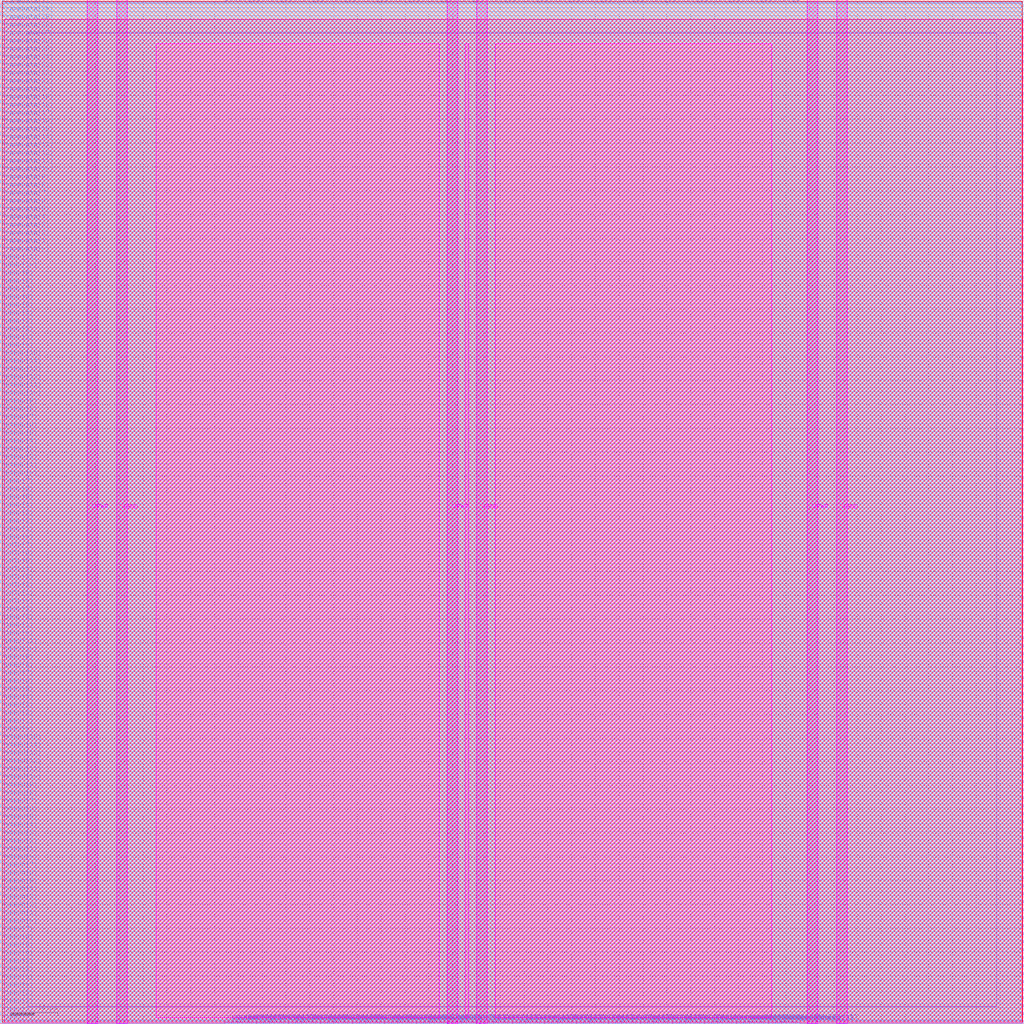
<source format=lef>
VERSION 5.7 ;
  NOWIREEXTENSIONATPIN ON ;
  DIVIDERCHAR "/" ;
  BUSBITCHARS "[]" ;
MACRO LUT4AB
  CLASS BLOCK ;
  FOREIGN LUT4AB ;
  ORIGIN 0.000 0.000 ;
  SIZE 215.040 BY 215.040 ;
  PIN Ci
    DIRECTION INPUT ;
    USE SIGNAL ;
    ANTENNAGATEAREA 0.747000 ;
    PORT
      LAYER Metal2 ;
        RECT 97.240 0.000 97.640 0.400 ;
    END
  END Ci
  PIN Co
    DIRECTION OUTPUT ;
    USE SIGNAL ;
    ANTENNADIFFAREA 0.677200 ;
    PORT
      LAYER Metal2 ;
        RECT 97.240 214.640 97.640 215.040 ;
    END
  END Co
  PIN E1BEG[0]
    DIRECTION OUTPUT ;
    USE SIGNAL ;
    ANTENNADIFFAREA 0.708600 ;
    PORT
      LAYER Metal3 ;
        RECT 214.640 80.860 215.040 81.260 ;
    END
  END E1BEG[0]
  PIN E1BEG[1]
    DIRECTION OUTPUT ;
    USE SIGNAL ;
    ANTENNADIFFAREA 0.708600 ;
    PORT
      LAYER Metal3 ;
        RECT 214.640 82.540 215.040 82.940 ;
    END
  END E1BEG[1]
  PIN E1BEG[2]
    DIRECTION OUTPUT ;
    USE SIGNAL ;
    ANTENNADIFFAREA 0.708600 ;
    PORT
      LAYER Metal3 ;
        RECT 214.640 84.220 215.040 84.620 ;
    END
  END E1BEG[2]
  PIN E1BEG[3]
    DIRECTION OUTPUT ;
    USE SIGNAL ;
    ANTENNADIFFAREA 0.708600 ;
    PORT
      LAYER Metal3 ;
        RECT 214.640 85.900 215.040 86.300 ;
    END
  END E1BEG[3]
  PIN E1END[0]
    DIRECTION INPUT ;
    USE SIGNAL ;
    ANTENNAGATEAREA 1.947400 ;
    PORT
      LAYER Metal3 ;
        RECT 0.000 80.860 0.400 81.260 ;
    END
  END E1END[0]
  PIN E1END[1]
    DIRECTION INPUT ;
    USE SIGNAL ;
    ANTENNAGATEAREA 2.063400 ;
    PORT
      LAYER Metal3 ;
        RECT 0.000 82.540 0.400 82.940 ;
    END
  END E1END[1]
  PIN E1END[2]
    DIRECTION INPUT ;
    USE SIGNAL ;
    ANTENNAGATEAREA 2.173600 ;
    PORT
      LAYER Metal3 ;
        RECT 0.000 84.220 0.400 84.620 ;
    END
  END E1END[2]
  PIN E1END[3]
    DIRECTION INPUT ;
    USE SIGNAL ;
    ANTENNAGATEAREA 2.424000 ;
    PORT
      LAYER Metal3 ;
        RECT 0.000 85.900 0.400 86.300 ;
    END
  END E1END[3]
  PIN E2BEG[0]
    DIRECTION OUTPUT ;
    USE SIGNAL ;
    ANTENNADIFFAREA 0.708600 ;
    PORT
      LAYER Metal3 ;
        RECT 214.640 87.580 215.040 87.980 ;
    END
  END E2BEG[0]
  PIN E2BEG[1]
    DIRECTION OUTPUT ;
    USE SIGNAL ;
    ANTENNADIFFAREA 0.708600 ;
    PORT
      LAYER Metal3 ;
        RECT 214.640 89.260 215.040 89.660 ;
    END
  END E2BEG[1]
  PIN E2BEG[2]
    DIRECTION OUTPUT ;
    USE SIGNAL ;
    ANTENNADIFFAREA 0.708600 ;
    PORT
      LAYER Metal3 ;
        RECT 214.640 90.940 215.040 91.340 ;
    END
  END E2BEG[2]
  PIN E2BEG[3]
    DIRECTION OUTPUT ;
    USE SIGNAL ;
    ANTENNADIFFAREA 0.708600 ;
    PORT
      LAYER Metal3 ;
        RECT 214.640 92.620 215.040 93.020 ;
    END
  END E2BEG[3]
  PIN E2BEG[4]
    DIRECTION OUTPUT ;
    USE SIGNAL ;
    ANTENNADIFFAREA 0.708600 ;
    PORT
      LAYER Metal3 ;
        RECT 214.640 94.300 215.040 94.700 ;
    END
  END E2BEG[4]
  PIN E2BEG[5]
    DIRECTION OUTPUT ;
    USE SIGNAL ;
    ANTENNADIFFAREA 0.708600 ;
    PORT
      LAYER Metal3 ;
        RECT 214.640 95.980 215.040 96.380 ;
    END
  END E2BEG[5]
  PIN E2BEG[6]
    DIRECTION OUTPUT ;
    USE SIGNAL ;
    ANTENNADIFFAREA 0.708600 ;
    PORT
      LAYER Metal3 ;
        RECT 214.640 97.660 215.040 98.060 ;
    END
  END E2BEG[6]
  PIN E2BEG[7]
    DIRECTION OUTPUT ;
    USE SIGNAL ;
    ANTENNADIFFAREA 0.708600 ;
    PORT
      LAYER Metal3 ;
        RECT 214.640 99.340 215.040 99.740 ;
    END
  END E2BEG[7]
  PIN E2BEGb[0]
    DIRECTION OUTPUT ;
    USE SIGNAL ;
    ANTENNADIFFAREA 0.708600 ;
    PORT
      LAYER Metal3 ;
        RECT 214.640 101.020 215.040 101.420 ;
    END
  END E2BEGb[0]
  PIN E2BEGb[1]
    DIRECTION OUTPUT ;
    USE SIGNAL ;
    ANTENNADIFFAREA 0.708600 ;
    PORT
      LAYER Metal3 ;
        RECT 214.640 102.700 215.040 103.100 ;
    END
  END E2BEGb[1]
  PIN E2BEGb[2]
    DIRECTION OUTPUT ;
    USE SIGNAL ;
    ANTENNADIFFAREA 0.708600 ;
    PORT
      LAYER Metal3 ;
        RECT 214.640 104.380 215.040 104.780 ;
    END
  END E2BEGb[2]
  PIN E2BEGb[3]
    DIRECTION OUTPUT ;
    USE SIGNAL ;
    ANTENNADIFFAREA 0.708600 ;
    PORT
      LAYER Metal3 ;
        RECT 214.640 106.060 215.040 106.460 ;
    END
  END E2BEGb[3]
  PIN E2BEGb[4]
    DIRECTION OUTPUT ;
    USE SIGNAL ;
    ANTENNADIFFAREA 0.708600 ;
    PORT
      LAYER Metal3 ;
        RECT 214.640 107.740 215.040 108.140 ;
    END
  END E2BEGb[4]
  PIN E2BEGb[5]
    DIRECTION OUTPUT ;
    USE SIGNAL ;
    ANTENNADIFFAREA 0.708600 ;
    PORT
      LAYER Metal3 ;
        RECT 214.640 109.420 215.040 109.820 ;
    END
  END E2BEGb[5]
  PIN E2BEGb[6]
    DIRECTION OUTPUT ;
    USE SIGNAL ;
    ANTENNADIFFAREA 0.708600 ;
    PORT
      LAYER Metal3 ;
        RECT 214.640 111.100 215.040 111.500 ;
    END
  END E2BEGb[6]
  PIN E2BEGb[7]
    DIRECTION OUTPUT ;
    USE SIGNAL ;
    ANTENNADIFFAREA 0.708600 ;
    PORT
      LAYER Metal3 ;
        RECT 214.640 112.780 215.040 113.180 ;
    END
  END E2BEGb[7]
  PIN E2END[0]
    DIRECTION INPUT ;
    USE SIGNAL ;
    ANTENNAGATEAREA 0.852800 ;
    PORT
      LAYER Metal3 ;
        RECT 0.000 101.020 0.400 101.420 ;
    END
  END E2END[0]
  PIN E2END[1]
    DIRECTION INPUT ;
    USE SIGNAL ;
    ANTENNAGATEAREA 0.865800 ;
    PORT
      LAYER Metal3 ;
        RECT 0.000 102.700 0.400 103.100 ;
    END
  END E2END[1]
  PIN E2END[2]
    DIRECTION INPUT ;
    USE SIGNAL ;
    ANTENNAGATEAREA 1.505400 ;
    PORT
      LAYER Metal3 ;
        RECT 0.000 104.380 0.400 104.780 ;
    END
  END E2END[2]
  PIN E2END[3]
    DIRECTION INPUT ;
    USE SIGNAL ;
    ANTENNAGATEAREA 1.518400 ;
    PORT
      LAYER Metal3 ;
        RECT 0.000 106.060 0.400 106.460 ;
    END
  END E2END[3]
  PIN E2END[4]
    DIRECTION INPUT ;
    USE SIGNAL ;
    ANTENNAGATEAREA 1.079000 ;
    PORT
      LAYER Metal3 ;
        RECT 0.000 107.740 0.400 108.140 ;
    END
  END E2END[4]
  PIN E2END[5]
    DIRECTION INPUT ;
    USE SIGNAL ;
    ANTENNAGATEAREA 1.227200 ;
    PORT
      LAYER Metal3 ;
        RECT 0.000 109.420 0.400 109.820 ;
    END
  END E2END[5]
  PIN E2END[6]
    DIRECTION INPUT ;
    USE SIGNAL ;
    ANTENNAGATEAREA 1.307800 ;
    PORT
      LAYER Metal3 ;
        RECT 0.000 111.100 0.400 111.500 ;
    END
  END E2END[6]
  PIN E2END[7]
    DIRECTION INPUT ;
    USE SIGNAL ;
    ANTENNAGATEAREA 1.033500 ;
    PORT
      LAYER Metal3 ;
        RECT 0.000 112.780 0.400 113.180 ;
    END
  END E2END[7]
  PIN E2MID[0]
    DIRECTION INPUT ;
    USE SIGNAL ;
    ANTENNAGATEAREA 0.861900 ;
    PORT
      LAYER Metal3 ;
        RECT 0.000 87.580 0.400 87.980 ;
    END
  END E2MID[0]
  PIN E2MID[1]
    DIRECTION INPUT ;
    USE SIGNAL ;
    ANTENNAGATEAREA 1.072500 ;
    PORT
      LAYER Metal3 ;
        RECT 0.000 89.260 0.400 89.660 ;
    END
  END E2MID[1]
  PIN E2MID[2]
    DIRECTION INPUT ;
    USE SIGNAL ;
    ANTENNAGATEAREA 0.833300 ;
    PORT
      LAYER Metal3 ;
        RECT 0.000 90.940 0.400 91.340 ;
    END
  END E2MID[2]
  PIN E2MID[3]
    DIRECTION INPUT ;
    USE SIGNAL ;
    ANTENNAGATEAREA 1.033500 ;
    PORT
      LAYER Metal3 ;
        RECT 0.000 92.620 0.400 93.020 ;
    END
  END E2MID[3]
  PIN E2MID[4]
    DIRECTION INPUT ;
    USE SIGNAL ;
    ANTENNAGATEAREA 1.075100 ;
    PORT
      LAYER Metal3 ;
        RECT 0.000 94.300 0.400 94.700 ;
    END
  END E2MID[4]
  PIN E2MID[5]
    DIRECTION INPUT ;
    USE SIGNAL ;
    ANTENNAGATEAREA 1.046500 ;
    PORT
      LAYER Metal3 ;
        RECT 0.000 95.980 0.400 96.380 ;
    END
  END E2MID[5]
  PIN E2MID[6]
    DIRECTION INPUT ;
    USE SIGNAL ;
    ANTENNAGATEAREA 0.861900 ;
    PORT
      LAYER Metal3 ;
        RECT 0.000 97.660 0.400 98.060 ;
    END
  END E2MID[6]
  PIN E2MID[7]
    DIRECTION INPUT ;
    USE SIGNAL ;
    ANTENNAGATEAREA 1.046500 ;
    PORT
      LAYER Metal3 ;
        RECT 0.000 99.340 0.400 99.740 ;
    END
  END E2MID[7]
  PIN E6BEG[0]
    DIRECTION OUTPUT ;
    USE SIGNAL ;
    ANTENNADIFFAREA 0.708600 ;
    PORT
      LAYER Metal3 ;
        RECT 214.640 141.340 215.040 141.740 ;
    END
  END E6BEG[0]
  PIN E6BEG[10]
    DIRECTION OUTPUT ;
    USE SIGNAL ;
    ANTENNADIFFAREA 0.708600 ;
    PORT
      LAYER Metal3 ;
        RECT 214.640 158.140 215.040 158.540 ;
    END
  END E6BEG[10]
  PIN E6BEG[11]
    DIRECTION OUTPUT ;
    USE SIGNAL ;
    ANTENNADIFFAREA 0.708600 ;
    PORT
      LAYER Metal3 ;
        RECT 214.640 159.820 215.040 160.220 ;
    END
  END E6BEG[11]
  PIN E6BEG[1]
    DIRECTION OUTPUT ;
    USE SIGNAL ;
    ANTENNADIFFAREA 0.708600 ;
    PORT
      LAYER Metal3 ;
        RECT 214.640 143.020 215.040 143.420 ;
    END
  END E6BEG[1]
  PIN E6BEG[2]
    DIRECTION OUTPUT ;
    USE SIGNAL ;
    ANTENNADIFFAREA 0.708600 ;
    PORT
      LAYER Metal3 ;
        RECT 214.640 144.700 215.040 145.100 ;
    END
  END E6BEG[2]
  PIN E6BEG[3]
    DIRECTION OUTPUT ;
    USE SIGNAL ;
    ANTENNADIFFAREA 0.708600 ;
    PORT
      LAYER Metal3 ;
        RECT 214.640 146.380 215.040 146.780 ;
    END
  END E6BEG[3]
  PIN E6BEG[4]
    DIRECTION OUTPUT ;
    USE SIGNAL ;
    ANTENNADIFFAREA 0.708600 ;
    PORT
      LAYER Metal3 ;
        RECT 214.640 148.060 215.040 148.460 ;
    END
  END E6BEG[4]
  PIN E6BEG[5]
    DIRECTION OUTPUT ;
    USE SIGNAL ;
    ANTENNADIFFAREA 0.708600 ;
    PORT
      LAYER Metal3 ;
        RECT 214.640 149.740 215.040 150.140 ;
    END
  END E6BEG[5]
  PIN E6BEG[6]
    DIRECTION OUTPUT ;
    USE SIGNAL ;
    ANTENNADIFFAREA 0.708600 ;
    PORT
      LAYER Metal3 ;
        RECT 214.640 151.420 215.040 151.820 ;
    END
  END E6BEG[6]
  PIN E6BEG[7]
    DIRECTION OUTPUT ;
    USE SIGNAL ;
    ANTENNADIFFAREA 0.708600 ;
    PORT
      LAYER Metal3 ;
        RECT 214.640 153.100 215.040 153.500 ;
    END
  END E6BEG[7]
  PIN E6BEG[8]
    DIRECTION OUTPUT ;
    USE SIGNAL ;
    ANTENNADIFFAREA 0.708600 ;
    PORT
      LAYER Metal3 ;
        RECT 214.640 154.780 215.040 155.180 ;
    END
  END E6BEG[8]
  PIN E6BEG[9]
    DIRECTION OUTPUT ;
    USE SIGNAL ;
    ANTENNADIFFAREA 0.708600 ;
    PORT
      LAYER Metal3 ;
        RECT 214.640 156.460 215.040 156.860 ;
    END
  END E6BEG[9]
  PIN E6END[0]
    DIRECTION INPUT ;
    USE SIGNAL ;
    ANTENNAGATEAREA 2.412800 ;
    PORT
      LAYER Metal3 ;
        RECT 0.000 141.340 0.400 141.740 ;
    END
  END E6END[0]
  PIN E6END[10]
    DIRECTION INPUT ;
    USE SIGNAL ;
    ANTENNAGATEAREA 0.180700 ;
    PORT
      LAYER Metal3 ;
        RECT 0.000 158.140 0.400 158.540 ;
    END
  END E6END[10]
  PIN E6END[11]
    DIRECTION INPUT ;
    USE SIGNAL ;
    ANTENNAGATEAREA 0.180700 ;
    PORT
      LAYER Metal3 ;
        RECT 0.000 159.820 0.400 160.220 ;
    END
  END E6END[11]
  PIN E6END[1]
    DIRECTION INPUT ;
    USE SIGNAL ;
    ANTENNAGATEAREA 2.532400 ;
    PORT
      LAYER Metal3 ;
        RECT 0.000 143.020 0.400 143.420 ;
    END
  END E6END[1]
  PIN E6END[2]
    DIRECTION INPUT ;
    USE SIGNAL ;
    ANTENNAGATEAREA 0.180700 ;
    PORT
      LAYER Metal3 ;
        RECT 0.000 144.700 0.400 145.100 ;
    END
  END E6END[2]
  PIN E6END[3]
    DIRECTION INPUT ;
    USE SIGNAL ;
    ANTENNAGATEAREA 0.180700 ;
    PORT
      LAYER Metal3 ;
        RECT 0.000 146.380 0.400 146.780 ;
    END
  END E6END[3]
  PIN E6END[4]
    DIRECTION INPUT ;
    USE SIGNAL ;
    ANTENNAGATEAREA 0.180700 ;
    PORT
      LAYER Metal3 ;
        RECT 0.000 148.060 0.400 148.460 ;
    END
  END E6END[4]
  PIN E6END[5]
    DIRECTION INPUT ;
    USE SIGNAL ;
    ANTENNAGATEAREA 0.180700 ;
    PORT
      LAYER Metal3 ;
        RECT 0.000 149.740 0.400 150.140 ;
    END
  END E6END[5]
  PIN E6END[6]
    DIRECTION INPUT ;
    USE SIGNAL ;
    ANTENNAGATEAREA 0.180700 ;
    PORT
      LAYER Metal3 ;
        RECT 0.000 151.420 0.400 151.820 ;
    END
  END E6END[6]
  PIN E6END[7]
    DIRECTION INPUT ;
    USE SIGNAL ;
    ANTENNAGATEAREA 0.180700 ;
    PORT
      LAYER Metal3 ;
        RECT 0.000 153.100 0.400 153.500 ;
    END
  END E6END[7]
  PIN E6END[8]
    DIRECTION INPUT ;
    USE SIGNAL ;
    ANTENNAGATEAREA 0.180700 ;
    PORT
      LAYER Metal3 ;
        RECT 0.000 154.780 0.400 155.180 ;
    END
  END E6END[8]
  PIN E6END[9]
    DIRECTION INPUT ;
    USE SIGNAL ;
    ANTENNAGATEAREA 0.180700 ;
    PORT
      LAYER Metal3 ;
        RECT 0.000 156.460 0.400 156.860 ;
    END
  END E6END[9]
  PIN EE4BEG[0]
    DIRECTION OUTPUT ;
    USE SIGNAL ;
    ANTENNADIFFAREA 0.708600 ;
    PORT
      LAYER Metal3 ;
        RECT 214.640 114.460 215.040 114.860 ;
    END
  END EE4BEG[0]
  PIN EE4BEG[10]
    DIRECTION OUTPUT ;
    USE SIGNAL ;
    ANTENNADIFFAREA 0.708600 ;
    PORT
      LAYER Metal3 ;
        RECT 214.640 131.260 215.040 131.660 ;
    END
  END EE4BEG[10]
  PIN EE4BEG[11]
    DIRECTION OUTPUT ;
    USE SIGNAL ;
    ANTENNADIFFAREA 0.708600 ;
    PORT
      LAYER Metal3 ;
        RECT 214.640 132.940 215.040 133.340 ;
    END
  END EE4BEG[11]
  PIN EE4BEG[12]
    DIRECTION OUTPUT ;
    USE SIGNAL ;
    ANTENNADIFFAREA 0.708600 ;
    PORT
      LAYER Metal3 ;
        RECT 214.640 134.620 215.040 135.020 ;
    END
  END EE4BEG[12]
  PIN EE4BEG[13]
    DIRECTION OUTPUT ;
    USE SIGNAL ;
    ANTENNADIFFAREA 0.708600 ;
    PORT
      LAYER Metal3 ;
        RECT 214.640 136.300 215.040 136.700 ;
    END
  END EE4BEG[13]
  PIN EE4BEG[14]
    DIRECTION OUTPUT ;
    USE SIGNAL ;
    ANTENNADIFFAREA 0.708600 ;
    PORT
      LAYER Metal3 ;
        RECT 214.640 137.980 215.040 138.380 ;
    END
  END EE4BEG[14]
  PIN EE4BEG[15]
    DIRECTION OUTPUT ;
    USE SIGNAL ;
    ANTENNADIFFAREA 0.708600 ;
    PORT
      LAYER Metal3 ;
        RECT 214.640 139.660 215.040 140.060 ;
    END
  END EE4BEG[15]
  PIN EE4BEG[1]
    DIRECTION OUTPUT ;
    USE SIGNAL ;
    ANTENNADIFFAREA 0.708600 ;
    PORT
      LAYER Metal3 ;
        RECT 214.640 116.140 215.040 116.540 ;
    END
  END EE4BEG[1]
  PIN EE4BEG[2]
    DIRECTION OUTPUT ;
    USE SIGNAL ;
    ANTENNADIFFAREA 0.708600 ;
    PORT
      LAYER Metal3 ;
        RECT 214.640 117.820 215.040 118.220 ;
    END
  END EE4BEG[2]
  PIN EE4BEG[3]
    DIRECTION OUTPUT ;
    USE SIGNAL ;
    ANTENNADIFFAREA 0.708600 ;
    PORT
      LAYER Metal3 ;
        RECT 214.640 119.500 215.040 119.900 ;
    END
  END EE4BEG[3]
  PIN EE4BEG[4]
    DIRECTION OUTPUT ;
    USE SIGNAL ;
    ANTENNADIFFAREA 0.708600 ;
    PORT
      LAYER Metal3 ;
        RECT 214.640 121.180 215.040 121.580 ;
    END
  END EE4BEG[4]
  PIN EE4BEG[5]
    DIRECTION OUTPUT ;
    USE SIGNAL ;
    ANTENNADIFFAREA 0.708600 ;
    PORT
      LAYER Metal3 ;
        RECT 214.640 122.860 215.040 123.260 ;
    END
  END EE4BEG[5]
  PIN EE4BEG[6]
    DIRECTION OUTPUT ;
    USE SIGNAL ;
    ANTENNADIFFAREA 0.708600 ;
    PORT
      LAYER Metal3 ;
        RECT 214.640 124.540 215.040 124.940 ;
    END
  END EE4BEG[6]
  PIN EE4BEG[7]
    DIRECTION OUTPUT ;
    USE SIGNAL ;
    ANTENNADIFFAREA 0.708600 ;
    PORT
      LAYER Metal3 ;
        RECT 214.640 126.220 215.040 126.620 ;
    END
  END EE4BEG[7]
  PIN EE4BEG[8]
    DIRECTION OUTPUT ;
    USE SIGNAL ;
    ANTENNADIFFAREA 0.708600 ;
    PORT
      LAYER Metal3 ;
        RECT 214.640 127.900 215.040 128.300 ;
    END
  END EE4BEG[8]
  PIN EE4BEG[9]
    DIRECTION OUTPUT ;
    USE SIGNAL ;
    ANTENNADIFFAREA 0.708600 ;
    PORT
      LAYER Metal3 ;
        RECT 214.640 129.580 215.040 129.980 ;
    END
  END EE4BEG[9]
  PIN EE4END[0]
    DIRECTION INPUT ;
    USE SIGNAL ;
    ANTENNAGATEAREA 0.639600 ;
    PORT
      LAYER Metal3 ;
        RECT 0.000 114.460 0.400 114.860 ;
    END
  END EE4END[0]
  PIN EE4END[10]
    DIRECTION INPUT ;
    USE SIGNAL ;
    ANTENNAGATEAREA 0.789100 ;
    ANTENNADIFFAREA 2.015400 ;
    PORT
      LAYER Metal3 ;
        RECT 0.000 131.260 0.400 131.660 ;
    END
  END EE4END[10]
  PIN EE4END[11]
    DIRECTION INPUT ;
    USE SIGNAL ;
    ANTENNAGATEAREA 0.789100 ;
    ANTENNADIFFAREA 2.015400 ;
    PORT
      LAYER Metal3 ;
        RECT 0.000 132.940 0.400 133.340 ;
    END
  END EE4END[11]
  PIN EE4END[12]
    DIRECTION INPUT ;
    USE SIGNAL ;
    ANTENNAGATEAREA 0.789100 ;
    ANTENNADIFFAREA 2.015400 ;
    PORT
      LAYER Metal3 ;
        RECT 0.000 134.620 0.400 135.020 ;
    END
  END EE4END[12]
  PIN EE4END[13]
    DIRECTION INPUT ;
    USE SIGNAL ;
    ANTENNAGATEAREA 0.789100 ;
    ANTENNADIFFAREA 2.015400 ;
    PORT
      LAYER Metal3 ;
        RECT 0.000 136.300 0.400 136.700 ;
    END
  END EE4END[13]
  PIN EE4END[14]
    DIRECTION INPUT ;
    USE SIGNAL ;
    ANTENNAGATEAREA 0.789100 ;
    ANTENNADIFFAREA 2.015400 ;
    PORT
      LAYER Metal3 ;
        RECT 0.000 137.980 0.400 138.380 ;
    END
  END EE4END[14]
  PIN EE4END[15]
    DIRECTION INPUT ;
    USE SIGNAL ;
    ANTENNAGATEAREA 0.789100 ;
    ANTENNADIFFAREA 2.015400 ;
    PORT
      LAYER Metal3 ;
        RECT 0.000 139.660 0.400 140.060 ;
    END
  END EE4END[15]
  PIN EE4END[1]
    DIRECTION INPUT ;
    USE SIGNAL ;
    ANTENNAGATEAREA 0.665600 ;
    PORT
      LAYER Metal3 ;
        RECT 0.000 116.140 0.400 116.540 ;
    END
  END EE4END[1]
  PIN EE4END[2]
    DIRECTION INPUT ;
    USE SIGNAL ;
    ANTENNAGATEAREA 0.639600 ;
    PORT
      LAYER Metal3 ;
        RECT 0.000 117.820 0.400 118.220 ;
    END
  END EE4END[2]
  PIN EE4END[3]
    DIRECTION INPUT ;
    USE SIGNAL ;
    ANTENNAGATEAREA 0.668200 ;
    PORT
      LAYER Metal3 ;
        RECT 0.000 119.500 0.400 119.900 ;
    END
  END EE4END[3]
  PIN EE4END[4]
    DIRECTION INPUT ;
    USE SIGNAL ;
    ANTENNAGATEAREA 0.789100 ;
    ANTENNADIFFAREA 2.015400 ;
    PORT
      LAYER Metal3 ;
        RECT 0.000 121.180 0.400 121.580 ;
    END
  END EE4END[4]
  PIN EE4END[5]
    DIRECTION INPUT ;
    USE SIGNAL ;
    ANTENNAGATEAREA 0.789100 ;
    ANTENNADIFFAREA 2.015400 ;
    PORT
      LAYER Metal3 ;
        RECT 0.000 122.860 0.400 123.260 ;
    END
  END EE4END[5]
  PIN EE4END[6]
    DIRECTION INPUT ;
    USE SIGNAL ;
    ANTENNAGATEAREA 0.789100 ;
    ANTENNADIFFAREA 2.015400 ;
    PORT
      LAYER Metal3 ;
        RECT 0.000 124.540 0.400 124.940 ;
    END
  END EE4END[6]
  PIN EE4END[7]
    DIRECTION INPUT ;
    USE SIGNAL ;
    ANTENNAGATEAREA 0.789100 ;
    ANTENNADIFFAREA 2.015400 ;
    PORT
      LAYER Metal3 ;
        RECT 0.000 126.220 0.400 126.620 ;
    END
  END EE4END[7]
  PIN EE4END[8]
    DIRECTION INPUT ;
    USE SIGNAL ;
    ANTENNAGATEAREA 0.789100 ;
    ANTENNADIFFAREA 2.015400 ;
    PORT
      LAYER Metal3 ;
        RECT 0.000 127.900 0.400 128.300 ;
    END
  END EE4END[8]
  PIN EE4END[9]
    DIRECTION INPUT ;
    USE SIGNAL ;
    ANTENNAGATEAREA 0.789100 ;
    ANTENNADIFFAREA 2.015400 ;
    PORT
      LAYER Metal3 ;
        RECT 0.000 129.580 0.400 129.980 ;
    END
  END EE4END[9]
  PIN FrameData[0]
    DIRECTION INPUT ;
    USE SIGNAL ;
    ANTENNAGATEAREA 3.614000 ;
    PORT
      LAYER Metal3 ;
        RECT 0.000 161.500 0.400 161.900 ;
    END
  END FrameData[0]
  PIN FrameData[10]
    DIRECTION INPUT ;
    USE SIGNAL ;
    ANTENNAGATEAREA 3.614000 ;
    PORT
      LAYER Metal3 ;
        RECT 0.000 178.300 0.400 178.700 ;
    END
  END FrameData[10]
  PIN FrameData[11]
    DIRECTION INPUT ;
    USE SIGNAL ;
    ANTENNAGATEAREA 3.614000 ;
    PORT
      LAYER Metal3 ;
        RECT 0.000 179.980 0.400 180.380 ;
    END
  END FrameData[11]
  PIN FrameData[12]
    DIRECTION INPUT ;
    USE SIGNAL ;
    ANTENNAGATEAREA 3.614000 ;
    PORT
      LAYER Metal3 ;
        RECT 0.000 181.660 0.400 182.060 ;
    END
  END FrameData[12]
  PIN FrameData[13]
    DIRECTION INPUT ;
    USE SIGNAL ;
    ANTENNAGATEAREA 3.614000 ;
    PORT
      LAYER Metal3 ;
        RECT 0.000 183.340 0.400 183.740 ;
    END
  END FrameData[13]
  PIN FrameData[14]
    DIRECTION INPUT ;
    USE SIGNAL ;
    ANTENNAGATEAREA 3.614000 ;
    PORT
      LAYER Metal3 ;
        RECT 0.000 185.020 0.400 185.420 ;
    END
  END FrameData[14]
  PIN FrameData[15]
    DIRECTION INPUT ;
    USE SIGNAL ;
    ANTENNAGATEAREA 3.614000 ;
    PORT
      LAYER Metal3 ;
        RECT 0.000 186.700 0.400 187.100 ;
    END
  END FrameData[15]
  PIN FrameData[16]
    DIRECTION INPUT ;
    USE SIGNAL ;
    ANTENNAGATEAREA 3.614000 ;
    PORT
      LAYER Metal3 ;
        RECT 0.000 188.380 0.400 188.780 ;
    END
  END FrameData[16]
  PIN FrameData[17]
    DIRECTION INPUT ;
    USE SIGNAL ;
    ANTENNAGATEAREA 3.614000 ;
    PORT
      LAYER Metal3 ;
        RECT 0.000 190.060 0.400 190.460 ;
    END
  END FrameData[17]
  PIN FrameData[18]
    DIRECTION INPUT ;
    USE SIGNAL ;
    ANTENNAGATEAREA 3.614000 ;
    PORT
      LAYER Metal3 ;
        RECT 0.000 191.740 0.400 192.140 ;
    END
  END FrameData[18]
  PIN FrameData[19]
    DIRECTION INPUT ;
    USE SIGNAL ;
    ANTENNAGATEAREA 3.614000 ;
    PORT
      LAYER Metal3 ;
        RECT 0.000 193.420 0.400 193.820 ;
    END
  END FrameData[19]
  PIN FrameData[1]
    DIRECTION INPUT ;
    USE SIGNAL ;
    ANTENNAGATEAREA 3.614000 ;
    PORT
      LAYER Metal3 ;
        RECT 0.000 163.180 0.400 163.580 ;
    END
  END FrameData[1]
  PIN FrameData[20]
    DIRECTION INPUT ;
    USE SIGNAL ;
    ANTENNAGATEAREA 3.614000 ;
    PORT
      LAYER Metal3 ;
        RECT 0.000 195.100 0.400 195.500 ;
    END
  END FrameData[20]
  PIN FrameData[21]
    DIRECTION INPUT ;
    USE SIGNAL ;
    ANTENNAGATEAREA 3.614000 ;
    PORT
      LAYER Metal3 ;
        RECT 0.000 196.780 0.400 197.180 ;
    END
  END FrameData[21]
  PIN FrameData[22]
    DIRECTION INPUT ;
    USE SIGNAL ;
    ANTENNAGATEAREA 3.614000 ;
    PORT
      LAYER Metal3 ;
        RECT 0.000 198.460 0.400 198.860 ;
    END
  END FrameData[22]
  PIN FrameData[23]
    DIRECTION INPUT ;
    USE SIGNAL ;
    ANTENNAGATEAREA 3.614000 ;
    PORT
      LAYER Metal3 ;
        RECT 0.000 200.140 0.400 200.540 ;
    END
  END FrameData[23]
  PIN FrameData[24]
    DIRECTION INPUT ;
    USE SIGNAL ;
    ANTENNAGATEAREA 3.794700 ;
    PORT
      LAYER Metal3 ;
        RECT 0.000 201.820 0.400 202.220 ;
    END
  END FrameData[24]
  PIN FrameData[25]
    DIRECTION INPUT ;
    USE SIGNAL ;
    ANTENNAGATEAREA 3.794700 ;
    PORT
      LAYER Metal3 ;
        RECT 0.000 203.500 0.400 203.900 ;
    END
  END FrameData[25]
  PIN FrameData[26]
    DIRECTION INPUT ;
    USE SIGNAL ;
    ANTENNAGATEAREA 3.794700 ;
    PORT
      LAYER Metal3 ;
        RECT 0.000 205.180 0.400 205.580 ;
    END
  END FrameData[26]
  PIN FrameData[27]
    DIRECTION INPUT ;
    USE SIGNAL ;
    ANTENNAGATEAREA 3.794700 ;
    PORT
      LAYER Metal3 ;
        RECT 0.000 206.860 0.400 207.260 ;
    END
  END FrameData[27]
  PIN FrameData[28]
    DIRECTION INPUT ;
    USE SIGNAL ;
    ANTENNAGATEAREA 3.794700 ;
    PORT
      LAYER Metal3 ;
        RECT 0.000 208.540 0.400 208.940 ;
    END
  END FrameData[28]
  PIN FrameData[29]
    DIRECTION INPUT ;
    USE SIGNAL ;
    ANTENNAGATEAREA 3.794700 ;
    PORT
      LAYER Metal3 ;
        RECT 0.000 210.220 0.400 210.620 ;
    END
  END FrameData[29]
  PIN FrameData[2]
    DIRECTION INPUT ;
    USE SIGNAL ;
    ANTENNAGATEAREA 3.614000 ;
    PORT
      LAYER Metal3 ;
        RECT 0.000 164.860 0.400 165.260 ;
    END
  END FrameData[2]
  PIN FrameData[30]
    DIRECTION INPUT ;
    USE SIGNAL ;
    ANTENNAGATEAREA 3.794700 ;
    PORT
      LAYER Metal3 ;
        RECT 0.000 211.900 0.400 212.300 ;
    END
  END FrameData[30]
  PIN FrameData[31]
    DIRECTION INPUT ;
    USE SIGNAL ;
    ANTENNAGATEAREA 3.794700 ;
    PORT
      LAYER Metal3 ;
        RECT 0.000 213.580 0.400 213.980 ;
    END
  END FrameData[31]
  PIN FrameData[3]
    DIRECTION INPUT ;
    USE SIGNAL ;
    ANTENNAGATEAREA 3.614000 ;
    PORT
      LAYER Metal3 ;
        RECT 0.000 166.540 0.400 166.940 ;
    END
  END FrameData[3]
  PIN FrameData[4]
    DIRECTION INPUT ;
    USE SIGNAL ;
    ANTENNAGATEAREA 3.614000 ;
    PORT
      LAYER Metal3 ;
        RECT 0.000 168.220 0.400 168.620 ;
    END
  END FrameData[4]
  PIN FrameData[5]
    DIRECTION INPUT ;
    USE SIGNAL ;
    ANTENNAGATEAREA 3.614000 ;
    PORT
      LAYER Metal3 ;
        RECT 0.000 169.900 0.400 170.300 ;
    END
  END FrameData[5]
  PIN FrameData[6]
    DIRECTION INPUT ;
    USE SIGNAL ;
    ANTENNAGATEAREA 3.614000 ;
    PORT
      LAYER Metal3 ;
        RECT 0.000 171.580 0.400 171.980 ;
    END
  END FrameData[6]
  PIN FrameData[7]
    DIRECTION INPUT ;
    USE SIGNAL ;
    ANTENNAGATEAREA 3.614000 ;
    PORT
      LAYER Metal3 ;
        RECT 0.000 173.260 0.400 173.660 ;
    END
  END FrameData[7]
  PIN FrameData[8]
    DIRECTION INPUT ;
    USE SIGNAL ;
    ANTENNAGATEAREA 3.614000 ;
    PORT
      LAYER Metal3 ;
        RECT 0.000 174.940 0.400 175.340 ;
    END
  END FrameData[8]
  PIN FrameData[9]
    DIRECTION INPUT ;
    USE SIGNAL ;
    ANTENNAGATEAREA 3.614000 ;
    PORT
      LAYER Metal3 ;
        RECT 0.000 176.620 0.400 177.020 ;
    END
  END FrameData[9]
  PIN FrameData_O[0]
    DIRECTION OUTPUT ;
    USE SIGNAL ;
    ANTENNADIFFAREA 0.708600 ;
    PORT
      LAYER Metal3 ;
        RECT 214.640 161.500 215.040 161.900 ;
    END
  END FrameData_O[0]
  PIN FrameData_O[10]
    DIRECTION OUTPUT ;
    USE SIGNAL ;
    ANTENNADIFFAREA 0.708600 ;
    PORT
      LAYER Metal3 ;
        RECT 214.640 178.300 215.040 178.700 ;
    END
  END FrameData_O[10]
  PIN FrameData_O[11]
    DIRECTION OUTPUT ;
    USE SIGNAL ;
    ANTENNADIFFAREA 0.708600 ;
    PORT
      LAYER Metal3 ;
        RECT 214.640 179.980 215.040 180.380 ;
    END
  END FrameData_O[11]
  PIN FrameData_O[12]
    DIRECTION OUTPUT ;
    USE SIGNAL ;
    ANTENNADIFFAREA 0.708600 ;
    PORT
      LAYER Metal3 ;
        RECT 214.640 181.660 215.040 182.060 ;
    END
  END FrameData_O[12]
  PIN FrameData_O[13]
    DIRECTION OUTPUT ;
    USE SIGNAL ;
    ANTENNADIFFAREA 0.708600 ;
    PORT
      LAYER Metal3 ;
        RECT 214.640 183.340 215.040 183.740 ;
    END
  END FrameData_O[13]
  PIN FrameData_O[14]
    DIRECTION OUTPUT ;
    USE SIGNAL ;
    ANTENNADIFFAREA 0.708600 ;
    PORT
      LAYER Metal3 ;
        RECT 214.640 185.020 215.040 185.420 ;
    END
  END FrameData_O[14]
  PIN FrameData_O[15]
    DIRECTION OUTPUT ;
    USE SIGNAL ;
    ANTENNADIFFAREA 0.708600 ;
    PORT
      LAYER Metal3 ;
        RECT 214.640 186.700 215.040 187.100 ;
    END
  END FrameData_O[15]
  PIN FrameData_O[16]
    DIRECTION OUTPUT ;
    USE SIGNAL ;
    ANTENNADIFFAREA 0.708600 ;
    PORT
      LAYER Metal3 ;
        RECT 214.640 188.380 215.040 188.780 ;
    END
  END FrameData_O[16]
  PIN FrameData_O[17]
    DIRECTION OUTPUT ;
    USE SIGNAL ;
    ANTENNADIFFAREA 0.708600 ;
    PORT
      LAYER Metal3 ;
        RECT 214.640 190.060 215.040 190.460 ;
    END
  END FrameData_O[17]
  PIN FrameData_O[18]
    DIRECTION OUTPUT ;
    USE SIGNAL ;
    ANTENNADIFFAREA 0.708600 ;
    PORT
      LAYER Metal3 ;
        RECT 214.640 191.740 215.040 192.140 ;
    END
  END FrameData_O[18]
  PIN FrameData_O[19]
    DIRECTION OUTPUT ;
    USE SIGNAL ;
    ANTENNADIFFAREA 0.708600 ;
    PORT
      LAYER Metal3 ;
        RECT 214.640 193.420 215.040 193.820 ;
    END
  END FrameData_O[19]
  PIN FrameData_O[1]
    DIRECTION OUTPUT ;
    USE SIGNAL ;
    ANTENNADIFFAREA 0.708600 ;
    PORT
      LAYER Metal3 ;
        RECT 214.640 163.180 215.040 163.580 ;
    END
  END FrameData_O[1]
  PIN FrameData_O[20]
    DIRECTION OUTPUT ;
    USE SIGNAL ;
    ANTENNADIFFAREA 0.708600 ;
    PORT
      LAYER Metal3 ;
        RECT 214.640 195.100 215.040 195.500 ;
    END
  END FrameData_O[20]
  PIN FrameData_O[21]
    DIRECTION OUTPUT ;
    USE SIGNAL ;
    ANTENNADIFFAREA 0.708600 ;
    PORT
      LAYER Metal3 ;
        RECT 214.640 196.780 215.040 197.180 ;
    END
  END FrameData_O[21]
  PIN FrameData_O[22]
    DIRECTION OUTPUT ;
    USE SIGNAL ;
    ANTENNADIFFAREA 0.708600 ;
    PORT
      LAYER Metal3 ;
        RECT 214.640 198.460 215.040 198.860 ;
    END
  END FrameData_O[22]
  PIN FrameData_O[23]
    DIRECTION OUTPUT ;
    USE SIGNAL ;
    ANTENNADIFFAREA 0.708600 ;
    PORT
      LAYER Metal3 ;
        RECT 214.640 200.140 215.040 200.540 ;
    END
  END FrameData_O[23]
  PIN FrameData_O[24]
    DIRECTION OUTPUT ;
    USE SIGNAL ;
    ANTENNADIFFAREA 0.708600 ;
    PORT
      LAYER Metal3 ;
        RECT 214.640 201.820 215.040 202.220 ;
    END
  END FrameData_O[24]
  PIN FrameData_O[25]
    DIRECTION OUTPUT ;
    USE SIGNAL ;
    ANTENNADIFFAREA 0.708600 ;
    PORT
      LAYER Metal3 ;
        RECT 214.640 203.500 215.040 203.900 ;
    END
  END FrameData_O[25]
  PIN FrameData_O[26]
    DIRECTION OUTPUT ;
    USE SIGNAL ;
    ANTENNADIFFAREA 0.708600 ;
    PORT
      LAYER Metal3 ;
        RECT 214.640 205.180 215.040 205.580 ;
    END
  END FrameData_O[26]
  PIN FrameData_O[27]
    DIRECTION OUTPUT ;
    USE SIGNAL ;
    ANTENNADIFFAREA 0.708600 ;
    PORT
      LAYER Metal3 ;
        RECT 214.640 206.860 215.040 207.260 ;
    END
  END FrameData_O[27]
  PIN FrameData_O[28]
    DIRECTION OUTPUT ;
    USE SIGNAL ;
    ANTENNADIFFAREA 0.708600 ;
    PORT
      LAYER Metal3 ;
        RECT 214.640 208.540 215.040 208.940 ;
    END
  END FrameData_O[28]
  PIN FrameData_O[29]
    DIRECTION OUTPUT ;
    USE SIGNAL ;
    ANTENNADIFFAREA 0.708600 ;
    PORT
      LAYER Metal3 ;
        RECT 214.640 210.220 215.040 210.620 ;
    END
  END FrameData_O[29]
  PIN FrameData_O[2]
    DIRECTION OUTPUT ;
    USE SIGNAL ;
    ANTENNADIFFAREA 0.708600 ;
    PORT
      LAYER Metal3 ;
        RECT 214.640 164.860 215.040 165.260 ;
    END
  END FrameData_O[2]
  PIN FrameData_O[30]
    DIRECTION OUTPUT ;
    USE SIGNAL ;
    ANTENNADIFFAREA 0.708600 ;
    PORT
      LAYER Metal3 ;
        RECT 214.640 211.900 215.040 212.300 ;
    END
  END FrameData_O[30]
  PIN FrameData_O[31]
    DIRECTION OUTPUT ;
    USE SIGNAL ;
    ANTENNADIFFAREA 0.708600 ;
    PORT
      LAYER Metal3 ;
        RECT 214.640 213.580 215.040 213.980 ;
    END
  END FrameData_O[31]
  PIN FrameData_O[3]
    DIRECTION OUTPUT ;
    USE SIGNAL ;
    ANTENNADIFFAREA 0.708600 ;
    PORT
      LAYER Metal3 ;
        RECT 214.640 166.540 215.040 166.940 ;
    END
  END FrameData_O[3]
  PIN FrameData_O[4]
    DIRECTION OUTPUT ;
    USE SIGNAL ;
    ANTENNADIFFAREA 0.708600 ;
    PORT
      LAYER Metal3 ;
        RECT 214.640 168.220 215.040 168.620 ;
    END
  END FrameData_O[4]
  PIN FrameData_O[5]
    DIRECTION OUTPUT ;
    USE SIGNAL ;
    ANTENNADIFFAREA 0.708600 ;
    PORT
      LAYER Metal3 ;
        RECT 214.640 169.900 215.040 170.300 ;
    END
  END FrameData_O[5]
  PIN FrameData_O[6]
    DIRECTION OUTPUT ;
    USE SIGNAL ;
    ANTENNADIFFAREA 0.708600 ;
    PORT
      LAYER Metal3 ;
        RECT 214.640 171.580 215.040 171.980 ;
    END
  END FrameData_O[6]
  PIN FrameData_O[7]
    DIRECTION OUTPUT ;
    USE SIGNAL ;
    ANTENNADIFFAREA 0.708600 ;
    PORT
      LAYER Metal3 ;
        RECT 214.640 173.260 215.040 173.660 ;
    END
  END FrameData_O[7]
  PIN FrameData_O[8]
    DIRECTION OUTPUT ;
    USE SIGNAL ;
    ANTENNADIFFAREA 0.708600 ;
    PORT
      LAYER Metal3 ;
        RECT 214.640 174.940 215.040 175.340 ;
    END
  END FrameData_O[8]
  PIN FrameData_O[9]
    DIRECTION OUTPUT ;
    USE SIGNAL ;
    ANTENNADIFFAREA 0.708600 ;
    PORT
      LAYER Metal3 ;
        RECT 214.640 176.620 215.040 177.020 ;
    END
  END FrameData_O[9]
  PIN FrameStrobe[0]
    DIRECTION INPUT ;
    USE SIGNAL ;
    ANTENNAGATEAREA 6.753500 ;
    PORT
      LAYER Metal2 ;
        RECT 149.080 0.000 149.480 0.400 ;
    END
  END FrameStrobe[0]
  PIN FrameStrobe[10]
    DIRECTION INPUT ;
    USE SIGNAL ;
    ANTENNAGATEAREA 6.753500 ;
    PORT
      LAYER Metal2 ;
        RECT 158.680 0.000 159.080 0.400 ;
    END
  END FrameStrobe[10]
  PIN FrameStrobe[11]
    DIRECTION INPUT ;
    USE SIGNAL ;
    ANTENNAGATEAREA 6.753500 ;
    PORT
      LAYER Metal2 ;
        RECT 159.640 0.000 160.040 0.400 ;
    END
  END FrameStrobe[11]
  PIN FrameStrobe[12]
    DIRECTION INPUT ;
    USE SIGNAL ;
    ANTENNAGATEAREA 6.753500 ;
    PORT
      LAYER Metal2 ;
        RECT 160.600 0.000 161.000 0.400 ;
    END
  END FrameStrobe[12]
  PIN FrameStrobe[13]
    DIRECTION INPUT ;
    USE SIGNAL ;
    ANTENNAGATEAREA 6.753500 ;
    PORT
      LAYER Metal2 ;
        RECT 161.560 0.000 161.960 0.400 ;
    END
  END FrameStrobe[13]
  PIN FrameStrobe[14]
    DIRECTION INPUT ;
    USE SIGNAL ;
    ANTENNAGATEAREA 6.753500 ;
    PORT
      LAYER Metal2 ;
        RECT 162.520 0.000 162.920 0.400 ;
    END
  END FrameStrobe[14]
  PIN FrameStrobe[15]
    DIRECTION INPUT ;
    USE SIGNAL ;
    ANTENNAGATEAREA 6.753500 ;
    PORT
      LAYER Metal2 ;
        RECT 163.480 0.000 163.880 0.400 ;
    END
  END FrameStrobe[15]
  PIN FrameStrobe[16]
    DIRECTION INPUT ;
    USE SIGNAL ;
    ANTENNAGATEAREA 6.753500 ;
    PORT
      LAYER Metal2 ;
        RECT 164.440 0.000 164.840 0.400 ;
    END
  END FrameStrobe[16]
  PIN FrameStrobe[17]
    DIRECTION INPUT ;
    USE SIGNAL ;
    ANTENNAGATEAREA 6.753500 ;
    PORT
      LAYER Metal2 ;
        RECT 165.400 0.000 165.800 0.400 ;
    END
  END FrameStrobe[17]
  PIN FrameStrobe[18]
    DIRECTION INPUT ;
    USE SIGNAL ;
    ANTENNAGATEAREA 6.753500 ;
    PORT
      LAYER Metal2 ;
        RECT 166.360 0.000 166.760 0.400 ;
    END
  END FrameStrobe[18]
  PIN FrameStrobe[19]
    DIRECTION INPUT ;
    USE SIGNAL ;
    ANTENNAGATEAREA 1.823900 ;
    PORT
      LAYER Metal2 ;
        RECT 167.320 0.000 167.720 0.400 ;
    END
  END FrameStrobe[19]
  PIN FrameStrobe[1]
    DIRECTION INPUT ;
    USE SIGNAL ;
    ANTENNAGATEAREA 6.753500 ;
    PORT
      LAYER Metal2 ;
        RECT 150.040 0.000 150.440 0.400 ;
    END
  END FrameStrobe[1]
  PIN FrameStrobe[2]
    DIRECTION INPUT ;
    USE SIGNAL ;
    ANTENNAGATEAREA 6.753500 ;
    PORT
      LAYER Metal2 ;
        RECT 151.000 0.000 151.400 0.400 ;
    END
  END FrameStrobe[2]
  PIN FrameStrobe[3]
    DIRECTION INPUT ;
    USE SIGNAL ;
    ANTENNAGATEAREA 6.753500 ;
    PORT
      LAYER Metal2 ;
        RECT 151.960 0.000 152.360 0.400 ;
    END
  END FrameStrobe[3]
  PIN FrameStrobe[4]
    DIRECTION INPUT ;
    USE SIGNAL ;
    ANTENNAGATEAREA 6.753500 ;
    PORT
      LAYER Metal2 ;
        RECT 152.920 0.000 153.320 0.400 ;
    END
  END FrameStrobe[4]
  PIN FrameStrobe[5]
    DIRECTION INPUT ;
    USE SIGNAL ;
    ANTENNAGATEAREA 6.753500 ;
    PORT
      LAYER Metal2 ;
        RECT 153.880 0.000 154.280 0.400 ;
    END
  END FrameStrobe[5]
  PIN FrameStrobe[6]
    DIRECTION INPUT ;
    USE SIGNAL ;
    ANTENNAGATEAREA 6.753500 ;
    PORT
      LAYER Metal2 ;
        RECT 154.840 0.000 155.240 0.400 ;
    END
  END FrameStrobe[6]
  PIN FrameStrobe[7]
    DIRECTION INPUT ;
    USE SIGNAL ;
    ANTENNAGATEAREA 6.753500 ;
    PORT
      LAYER Metal2 ;
        RECT 155.800 0.000 156.200 0.400 ;
    END
  END FrameStrobe[7]
  PIN FrameStrobe[8]
    DIRECTION INPUT ;
    USE SIGNAL ;
    ANTENNAGATEAREA 6.753500 ;
    PORT
      LAYER Metal2 ;
        RECT 156.760 0.000 157.160 0.400 ;
    END
  END FrameStrobe[8]
  PIN FrameStrobe[9]
    DIRECTION INPUT ;
    USE SIGNAL ;
    ANTENNAGATEAREA 6.753500 ;
    PORT
      LAYER Metal2 ;
        RECT 157.720 0.000 158.120 0.400 ;
    END
  END FrameStrobe[9]
  PIN FrameStrobe_O[0]
    DIRECTION OUTPUT ;
    USE SIGNAL ;
    ANTENNADIFFAREA 0.708600 ;
    PORT
      LAYER Metal2 ;
        RECT 149.080 214.640 149.480 215.040 ;
    END
  END FrameStrobe_O[0]
  PIN FrameStrobe_O[10]
    DIRECTION OUTPUT ;
    USE SIGNAL ;
    ANTENNADIFFAREA 0.708600 ;
    PORT
      LAYER Metal2 ;
        RECT 158.680 214.640 159.080 215.040 ;
    END
  END FrameStrobe_O[10]
  PIN FrameStrobe_O[11]
    DIRECTION OUTPUT ;
    USE SIGNAL ;
    ANTENNADIFFAREA 0.708600 ;
    PORT
      LAYER Metal2 ;
        RECT 159.640 214.640 160.040 215.040 ;
    END
  END FrameStrobe_O[11]
  PIN FrameStrobe_O[12]
    DIRECTION OUTPUT ;
    USE SIGNAL ;
    ANTENNADIFFAREA 0.708600 ;
    PORT
      LAYER Metal2 ;
        RECT 160.600 214.640 161.000 215.040 ;
    END
  END FrameStrobe_O[12]
  PIN FrameStrobe_O[13]
    DIRECTION OUTPUT ;
    USE SIGNAL ;
    ANTENNADIFFAREA 0.708600 ;
    PORT
      LAYER Metal2 ;
        RECT 161.560 214.640 161.960 215.040 ;
    END
  END FrameStrobe_O[13]
  PIN FrameStrobe_O[14]
    DIRECTION OUTPUT ;
    USE SIGNAL ;
    ANTENNADIFFAREA 0.708600 ;
    PORT
      LAYER Metal2 ;
        RECT 162.520 214.640 162.920 215.040 ;
    END
  END FrameStrobe_O[14]
  PIN FrameStrobe_O[15]
    DIRECTION OUTPUT ;
    USE SIGNAL ;
    ANTENNADIFFAREA 0.708600 ;
    PORT
      LAYER Metal2 ;
        RECT 163.480 214.640 163.880 215.040 ;
    END
  END FrameStrobe_O[15]
  PIN FrameStrobe_O[16]
    DIRECTION OUTPUT ;
    USE SIGNAL ;
    ANTENNADIFFAREA 0.708600 ;
    PORT
      LAYER Metal2 ;
        RECT 164.440 214.640 164.840 215.040 ;
    END
  END FrameStrobe_O[16]
  PIN FrameStrobe_O[17]
    DIRECTION OUTPUT ;
    USE SIGNAL ;
    ANTENNADIFFAREA 0.708600 ;
    PORT
      LAYER Metal2 ;
        RECT 165.400 214.640 165.800 215.040 ;
    END
  END FrameStrobe_O[17]
  PIN FrameStrobe_O[18]
    DIRECTION OUTPUT ;
    USE SIGNAL ;
    ANTENNADIFFAREA 0.708600 ;
    PORT
      LAYER Metal2 ;
        RECT 166.360 214.640 166.760 215.040 ;
    END
  END FrameStrobe_O[18]
  PIN FrameStrobe_O[19]
    DIRECTION OUTPUT ;
    USE SIGNAL ;
    ANTENNADIFFAREA 0.708600 ;
    PORT
      LAYER Metal2 ;
        RECT 167.320 214.640 167.720 215.040 ;
    END
  END FrameStrobe_O[19]
  PIN FrameStrobe_O[1]
    DIRECTION OUTPUT ;
    USE SIGNAL ;
    ANTENNADIFFAREA 0.708600 ;
    PORT
      LAYER Metal2 ;
        RECT 150.040 214.640 150.440 215.040 ;
    END
  END FrameStrobe_O[1]
  PIN FrameStrobe_O[2]
    DIRECTION OUTPUT ;
    USE SIGNAL ;
    ANTENNADIFFAREA 0.708600 ;
    PORT
      LAYER Metal2 ;
        RECT 151.000 214.640 151.400 215.040 ;
    END
  END FrameStrobe_O[2]
  PIN FrameStrobe_O[3]
    DIRECTION OUTPUT ;
    USE SIGNAL ;
    ANTENNADIFFAREA 0.708600 ;
    PORT
      LAYER Metal2 ;
        RECT 151.960 214.640 152.360 215.040 ;
    END
  END FrameStrobe_O[3]
  PIN FrameStrobe_O[4]
    DIRECTION OUTPUT ;
    USE SIGNAL ;
    ANTENNADIFFAREA 0.708600 ;
    PORT
      LAYER Metal2 ;
        RECT 152.920 214.640 153.320 215.040 ;
    END
  END FrameStrobe_O[4]
  PIN FrameStrobe_O[5]
    DIRECTION OUTPUT ;
    USE SIGNAL ;
    ANTENNADIFFAREA 0.708600 ;
    PORT
      LAYER Metal2 ;
        RECT 153.880 214.640 154.280 215.040 ;
    END
  END FrameStrobe_O[5]
  PIN FrameStrobe_O[6]
    DIRECTION OUTPUT ;
    USE SIGNAL ;
    ANTENNADIFFAREA 0.708600 ;
    PORT
      LAYER Metal2 ;
        RECT 154.840 214.640 155.240 215.040 ;
    END
  END FrameStrobe_O[6]
  PIN FrameStrobe_O[7]
    DIRECTION OUTPUT ;
    USE SIGNAL ;
    ANTENNADIFFAREA 0.708600 ;
    PORT
      LAYER Metal2 ;
        RECT 155.800 214.640 156.200 215.040 ;
    END
  END FrameStrobe_O[7]
  PIN FrameStrobe_O[8]
    DIRECTION OUTPUT ;
    USE SIGNAL ;
    ANTENNADIFFAREA 0.708600 ;
    PORT
      LAYER Metal2 ;
        RECT 156.760 214.640 157.160 215.040 ;
    END
  END FrameStrobe_O[8]
  PIN FrameStrobe_O[9]
    DIRECTION OUTPUT ;
    USE SIGNAL ;
    ANTENNADIFFAREA 0.708600 ;
    PORT
      LAYER Metal2 ;
        RECT 157.720 214.640 158.120 215.040 ;
    END
  END FrameStrobe_O[9]
  PIN N1BEG[0]
    DIRECTION OUTPUT ;
    USE SIGNAL ;
    ANTENNADIFFAREA 0.708600 ;
    PORT
      LAYER Metal2 ;
        RECT 47.320 214.640 47.720 215.040 ;
    END
  END N1BEG[0]
  PIN N1BEG[1]
    DIRECTION OUTPUT ;
    USE SIGNAL ;
    ANTENNADIFFAREA 0.708600 ;
    PORT
      LAYER Metal2 ;
        RECT 48.280 214.640 48.680 215.040 ;
    END
  END N1BEG[1]
  PIN N1BEG[2]
    DIRECTION OUTPUT ;
    USE SIGNAL ;
    ANTENNADIFFAREA 0.708600 ;
    PORT
      LAYER Metal2 ;
        RECT 49.240 214.640 49.640 215.040 ;
    END
  END N1BEG[2]
  PIN N1BEG[3]
    DIRECTION OUTPUT ;
    USE SIGNAL ;
    ANTENNADIFFAREA 0.708600 ;
    PORT
      LAYER Metal2 ;
        RECT 50.200 214.640 50.600 215.040 ;
    END
  END N1BEG[3]
  PIN N1END[0]
    DIRECTION INPUT ;
    USE SIGNAL ;
    ANTENNAGATEAREA 2.197800 ;
    PORT
      LAYER Metal2 ;
        RECT 47.320 0.000 47.720 0.400 ;
    END
  END N1END[0]
  PIN N1END[1]
    DIRECTION INPUT ;
    USE SIGNAL ;
    ANTENNAGATEAREA 2.236800 ;
    PORT
      LAYER Metal2 ;
        RECT 48.280 0.000 48.680 0.400 ;
    END
  END N1END[1]
  PIN N1END[2]
    DIRECTION INPUT ;
    USE SIGNAL ;
    ANTENNAGATEAREA 2.145000 ;
    PORT
      LAYER Metal2 ;
        RECT 49.240 0.000 49.640 0.400 ;
    END
  END N1END[2]
  PIN N1END[3]
    DIRECTION INPUT ;
    USE SIGNAL ;
    ANTENNAGATEAREA 2.112500 ;
    PORT
      LAYER Metal2 ;
        RECT 50.200 0.000 50.600 0.400 ;
    END
  END N1END[3]
  PIN N2BEG[0]
    DIRECTION OUTPUT ;
    USE SIGNAL ;
    ANTENNADIFFAREA 0.708600 ;
    PORT
      LAYER Metal2 ;
        RECT 51.160 214.640 51.560 215.040 ;
    END
  END N2BEG[0]
  PIN N2BEG[1]
    DIRECTION OUTPUT ;
    USE SIGNAL ;
    ANTENNADIFFAREA 0.708600 ;
    PORT
      LAYER Metal2 ;
        RECT 52.120 214.640 52.520 215.040 ;
    END
  END N2BEG[1]
  PIN N2BEG[2]
    DIRECTION OUTPUT ;
    USE SIGNAL ;
    ANTENNADIFFAREA 0.708600 ;
    PORT
      LAYER Metal2 ;
        RECT 53.080 214.640 53.480 215.040 ;
    END
  END N2BEG[2]
  PIN N2BEG[3]
    DIRECTION OUTPUT ;
    USE SIGNAL ;
    ANTENNADIFFAREA 0.708600 ;
    PORT
      LAYER Metal2 ;
        RECT 54.040 214.640 54.440 215.040 ;
    END
  END N2BEG[3]
  PIN N2BEG[4]
    DIRECTION OUTPUT ;
    USE SIGNAL ;
    ANTENNADIFFAREA 0.708600 ;
    PORT
      LAYER Metal2 ;
        RECT 55.000 214.640 55.400 215.040 ;
    END
  END N2BEG[4]
  PIN N2BEG[5]
    DIRECTION OUTPUT ;
    USE SIGNAL ;
    ANTENNADIFFAREA 0.708600 ;
    PORT
      LAYER Metal2 ;
        RECT 55.960 214.640 56.360 215.040 ;
    END
  END N2BEG[5]
  PIN N2BEG[6]
    DIRECTION OUTPUT ;
    USE SIGNAL ;
    ANTENNADIFFAREA 0.708600 ;
    PORT
      LAYER Metal2 ;
        RECT 56.920 214.640 57.320 215.040 ;
    END
  END N2BEG[6]
  PIN N2BEG[7]
    DIRECTION OUTPUT ;
    USE SIGNAL ;
    ANTENNADIFFAREA 0.708600 ;
    PORT
      LAYER Metal2 ;
        RECT 57.880 214.640 58.280 215.040 ;
    END
  END N2BEG[7]
  PIN N2BEGb[0]
    DIRECTION OUTPUT ;
    USE SIGNAL ;
    ANTENNADIFFAREA 0.708600 ;
    PORT
      LAYER Metal2 ;
        RECT 58.840 214.640 59.240 215.040 ;
    END
  END N2BEGb[0]
  PIN N2BEGb[1]
    DIRECTION OUTPUT ;
    USE SIGNAL ;
    ANTENNADIFFAREA 0.708600 ;
    PORT
      LAYER Metal2 ;
        RECT 59.800 214.640 60.200 215.040 ;
    END
  END N2BEGb[1]
  PIN N2BEGb[2]
    DIRECTION OUTPUT ;
    USE SIGNAL ;
    ANTENNADIFFAREA 0.708600 ;
    PORT
      LAYER Metal2 ;
        RECT 60.760 214.640 61.160 215.040 ;
    END
  END N2BEGb[2]
  PIN N2BEGb[3]
    DIRECTION OUTPUT ;
    USE SIGNAL ;
    ANTENNADIFFAREA 0.708600 ;
    PORT
      LAYER Metal2 ;
        RECT 61.720 214.640 62.120 215.040 ;
    END
  END N2BEGb[3]
  PIN N2BEGb[4]
    DIRECTION OUTPUT ;
    USE SIGNAL ;
    ANTENNADIFFAREA 0.708600 ;
    PORT
      LAYER Metal2 ;
        RECT 62.680 214.640 63.080 215.040 ;
    END
  END N2BEGb[4]
  PIN N2BEGb[5]
    DIRECTION OUTPUT ;
    USE SIGNAL ;
    ANTENNADIFFAREA 0.708600 ;
    PORT
      LAYER Metal2 ;
        RECT 63.640 214.640 64.040 215.040 ;
    END
  END N2BEGb[5]
  PIN N2BEGb[6]
    DIRECTION OUTPUT ;
    USE SIGNAL ;
    ANTENNADIFFAREA 0.708600 ;
    PORT
      LAYER Metal2 ;
        RECT 64.600 214.640 65.000 215.040 ;
    END
  END N2BEGb[6]
  PIN N2BEGb[7]
    DIRECTION OUTPUT ;
    USE SIGNAL ;
    ANTENNADIFFAREA 0.708600 ;
    PORT
      LAYER Metal2 ;
        RECT 65.560 214.640 65.960 215.040 ;
    END
  END N2BEGb[7]
  PIN N2END[0]
    DIRECTION INPUT ;
    USE SIGNAL ;
    ANTENNAGATEAREA 1.292200 ;
    PORT
      LAYER Metal2 ;
        RECT 58.840 0.000 59.240 0.400 ;
    END
  END N2END[0]
  PIN N2END[1]
    DIRECTION INPUT ;
    USE SIGNAL ;
    ANTENNAGATEAREA 1.062100 ;
    PORT
      LAYER Metal2 ;
        RECT 59.800 0.000 60.200 0.400 ;
    END
  END N2END[1]
  PIN N2END[2]
    DIRECTION INPUT ;
    USE SIGNAL ;
    ANTENNAGATEAREA 1.066000 ;
    PORT
      LAYER Metal2 ;
        RECT 60.760 0.000 61.160 0.400 ;
    END
  END N2END[2]
  PIN N2END[3]
    DIRECTION INPUT ;
    USE SIGNAL ;
    ANTENNAGATEAREA 1.292200 ;
    PORT
      LAYER Metal2 ;
        RECT 61.720 0.000 62.120 0.400 ;
    END
  END N2END[3]
  PIN N2END[4]
    DIRECTION INPUT ;
    USE SIGNAL ;
    ANTENNAGATEAREA 1.307800 ;
    PORT
      LAYER Metal2 ;
        RECT 62.680 0.000 63.080 0.400 ;
    END
  END N2END[4]
  PIN N2END[5]
    DIRECTION INPUT ;
    USE SIGNAL ;
    ANTENNAGATEAREA 1.059500 ;
    PORT
      LAYER Metal2 ;
        RECT 63.640 0.000 64.040 0.400 ;
    END
  END N2END[5]
  PIN N2END[6]
    DIRECTION INPUT ;
    USE SIGNAL ;
    ANTENNAGATEAREA 1.079000 ;
    PORT
      LAYER Metal2 ;
        RECT 64.600 0.000 65.000 0.400 ;
    END
  END N2END[6]
  PIN N2END[7]
    DIRECTION INPUT ;
    USE SIGNAL ;
    ANTENNAGATEAREA 1.292200 ;
    PORT
      LAYER Metal2 ;
        RECT 65.560 0.000 65.960 0.400 ;
    END
  END N2END[7]
  PIN N2MID[0]
    DIRECTION INPUT ;
    USE SIGNAL ;
    ANTENNAGATEAREA 0.874900 ;
    PORT
      LAYER Metal2 ;
        RECT 51.160 0.000 51.560 0.400 ;
    END
  END N2MID[0]
  PIN N2MID[1]
    DIRECTION INPUT ;
    USE SIGNAL ;
    ANTENNAGATEAREA 1.072500 ;
    PORT
      LAYER Metal2 ;
        RECT 52.120 0.000 52.520 0.400 ;
    END
  END N2MID[1]
  PIN N2MID[2]
    DIRECTION INPUT ;
    USE SIGNAL ;
    ANTENNAGATEAREA 0.833300 ;
    PORT
      LAYER Metal2 ;
        RECT 53.080 0.000 53.480 0.400 ;
    END
  END N2MID[2]
  PIN N2MID[3]
    DIRECTION INPUT ;
    USE SIGNAL ;
    ANTENNAGATEAREA 1.033500 ;
    PORT
      LAYER Metal2 ;
        RECT 54.040 0.000 54.440 0.400 ;
    END
  END N2MID[3]
  PIN N2MID[4]
    DIRECTION INPUT ;
    USE SIGNAL ;
    ANTENNAGATEAREA 0.848900 ;
    PORT
      LAYER Metal2 ;
        RECT 55.000 0.000 55.400 0.400 ;
    END
  END N2MID[4]
  PIN N2MID[5]
    DIRECTION INPUT ;
    USE SIGNAL ;
    ANTENNAGATEAREA 1.046500 ;
    PORT
      LAYER Metal2 ;
        RECT 55.960 0.000 56.360 0.400 ;
    END
  END N2MID[5]
  PIN N2MID[6]
    DIRECTION INPUT ;
    USE SIGNAL ;
    ANTENNAGATEAREA 0.861900 ;
    PORT
      LAYER Metal2 ;
        RECT 56.920 0.000 57.320 0.400 ;
    END
  END N2MID[6]
  PIN N2MID[7]
    DIRECTION INPUT ;
    USE SIGNAL ;
    ANTENNAGATEAREA 1.046500 ;
    PORT
      LAYER Metal2 ;
        RECT 57.880 0.000 58.280 0.400 ;
    END
  END N2MID[7]
  PIN N4BEG[0]
    DIRECTION OUTPUT ;
    USE SIGNAL ;
    ANTENNADIFFAREA 0.708600 ;
    PORT
      LAYER Metal2 ;
        RECT 66.520 214.640 66.920 215.040 ;
    END
  END N4BEG[0]
  PIN N4BEG[10]
    DIRECTION OUTPUT ;
    USE SIGNAL ;
    ANTENNADIFFAREA 0.708600 ;
    PORT
      LAYER Metal2 ;
        RECT 76.120 214.640 76.520 215.040 ;
    END
  END N4BEG[10]
  PIN N4BEG[11]
    DIRECTION OUTPUT ;
    USE SIGNAL ;
    ANTENNADIFFAREA 0.708600 ;
    PORT
      LAYER Metal2 ;
        RECT 77.080 214.640 77.480 215.040 ;
    END
  END N4BEG[11]
  PIN N4BEG[12]
    DIRECTION OUTPUT ;
    USE SIGNAL ;
    ANTENNADIFFAREA 0.708600 ;
    PORT
      LAYER Metal2 ;
        RECT 78.040 214.640 78.440 215.040 ;
    END
  END N4BEG[12]
  PIN N4BEG[13]
    DIRECTION OUTPUT ;
    USE SIGNAL ;
    ANTENNADIFFAREA 0.708600 ;
    PORT
      LAYER Metal2 ;
        RECT 79.000 214.640 79.400 215.040 ;
    END
  END N4BEG[13]
  PIN N4BEG[14]
    DIRECTION OUTPUT ;
    USE SIGNAL ;
    ANTENNADIFFAREA 0.708600 ;
    PORT
      LAYER Metal2 ;
        RECT 79.960 214.640 80.360 215.040 ;
    END
  END N4BEG[14]
  PIN N4BEG[15]
    DIRECTION OUTPUT ;
    USE SIGNAL ;
    ANTENNADIFFAREA 0.708600 ;
    PORT
      LAYER Metal2 ;
        RECT 80.920 214.640 81.320 215.040 ;
    END
  END N4BEG[15]
  PIN N4BEG[1]
    DIRECTION OUTPUT ;
    USE SIGNAL ;
    ANTENNADIFFAREA 0.708600 ;
    PORT
      LAYER Metal2 ;
        RECT 67.480 214.640 67.880 215.040 ;
    END
  END N4BEG[1]
  PIN N4BEG[2]
    DIRECTION OUTPUT ;
    USE SIGNAL ;
    ANTENNADIFFAREA 0.708600 ;
    PORT
      LAYER Metal2 ;
        RECT 68.440 214.640 68.840 215.040 ;
    END
  END N4BEG[2]
  PIN N4BEG[3]
    DIRECTION OUTPUT ;
    USE SIGNAL ;
    ANTENNADIFFAREA 0.708600 ;
    PORT
      LAYER Metal2 ;
        RECT 69.400 214.640 69.800 215.040 ;
    END
  END N4BEG[3]
  PIN N4BEG[4]
    DIRECTION OUTPUT ;
    USE SIGNAL ;
    ANTENNADIFFAREA 0.708600 ;
    PORT
      LAYER Metal2 ;
        RECT 70.360 214.640 70.760 215.040 ;
    END
  END N4BEG[4]
  PIN N4BEG[5]
    DIRECTION OUTPUT ;
    USE SIGNAL ;
    ANTENNADIFFAREA 0.708600 ;
    PORT
      LAYER Metal2 ;
        RECT 71.320 214.640 71.720 215.040 ;
    END
  END N4BEG[5]
  PIN N4BEG[6]
    DIRECTION OUTPUT ;
    USE SIGNAL ;
    ANTENNADIFFAREA 0.708600 ;
    PORT
      LAYER Metal2 ;
        RECT 72.280 214.640 72.680 215.040 ;
    END
  END N4BEG[6]
  PIN N4BEG[7]
    DIRECTION OUTPUT ;
    USE SIGNAL ;
    ANTENNADIFFAREA 0.708600 ;
    PORT
      LAYER Metal2 ;
        RECT 73.240 214.640 73.640 215.040 ;
    END
  END N4BEG[7]
  PIN N4BEG[8]
    DIRECTION OUTPUT ;
    USE SIGNAL ;
    ANTENNADIFFAREA 0.708600 ;
    PORT
      LAYER Metal2 ;
        RECT 74.200 214.640 74.600 215.040 ;
    END
  END N4BEG[8]
  PIN N4BEG[9]
    DIRECTION OUTPUT ;
    USE SIGNAL ;
    ANTENNADIFFAREA 0.708600 ;
    PORT
      LAYER Metal2 ;
        RECT 75.160 214.640 75.560 215.040 ;
    END
  END N4BEG[9]
  PIN N4END[0]
    DIRECTION INPUT ;
    USE SIGNAL ;
    ANTENNAGATEAREA 0.668200 ;
    PORT
      LAYER Metal2 ;
        RECT 66.520 0.000 66.920 0.400 ;
    END
  END N4END[0]
  PIN N4END[10]
    DIRECTION INPUT ;
    USE SIGNAL ;
    ANTENNAGATEAREA 0.180700 ;
    PORT
      LAYER Metal2 ;
        RECT 76.120 0.000 76.520 0.400 ;
    END
  END N4END[10]
  PIN N4END[11]
    DIRECTION INPUT ;
    USE SIGNAL ;
    ANTENNAGATEAREA 0.789100 ;
    ANTENNADIFFAREA 2.015400 ;
    PORT
      LAYER Metal2 ;
        RECT 77.080 0.000 77.480 0.400 ;
    END
  END N4END[11]
  PIN N4END[12]
    DIRECTION INPUT ;
    USE SIGNAL ;
    ANTENNAGATEAREA 0.789100 ;
    ANTENNADIFFAREA 2.015400 ;
    PORT
      LAYER Metal2 ;
        RECT 78.040 0.000 78.440 0.400 ;
    END
  END N4END[12]
  PIN N4END[13]
    DIRECTION INPUT ;
    USE SIGNAL ;
    ANTENNAGATEAREA 1.397500 ;
    ANTENNADIFFAREA 4.030800 ;
    PORT
      LAYER Metal2 ;
        RECT 79.000 0.000 79.400 0.400 ;
    END
  END N4END[13]
  PIN N4END[14]
    DIRECTION INPUT ;
    USE SIGNAL ;
    ANTENNAGATEAREA 0.789100 ;
    ANTENNADIFFAREA 2.015400 ;
    PORT
      LAYER Metal2 ;
        RECT 79.960 0.000 80.360 0.400 ;
    END
  END N4END[14]
  PIN N4END[15]
    DIRECTION INPUT ;
    USE SIGNAL ;
    ANTENNAGATEAREA 0.180700 ;
    PORT
      LAYER Metal2 ;
        RECT 80.920 0.000 81.320 0.400 ;
    END
  END N4END[15]
  PIN N4END[1]
    DIRECTION INPUT ;
    USE SIGNAL ;
    ANTENNAGATEAREA 1.107600 ;
    PORT
      LAYER Metal2 ;
        RECT 67.480 0.000 67.880 0.400 ;
    END
  END N4END[1]
  PIN N4END[2]
    DIRECTION INPUT ;
    USE SIGNAL ;
    ANTENNAGATEAREA 1.066000 ;
    PORT
      LAYER Metal2 ;
        RECT 68.440 0.000 68.840 0.400 ;
    END
  END N4END[2]
  PIN N4END[3]
    DIRECTION INPUT ;
    USE SIGNAL ;
    ANTENNAGATEAREA 1.066000 ;
    PORT
      LAYER Metal2 ;
        RECT 69.400 0.000 69.800 0.400 ;
    END
  END N4END[3]
  PIN N4END[4]
    DIRECTION INPUT ;
    USE SIGNAL ;
    ANTENNAGATEAREA 0.180700 ;
    PORT
      LAYER Metal2 ;
        RECT 70.360 0.000 70.760 0.400 ;
    END
  END N4END[4]
  PIN N4END[5]
    DIRECTION INPUT ;
    USE SIGNAL ;
    ANTENNAGATEAREA 0.789100 ;
    ANTENNADIFFAREA 2.015400 ;
    PORT
      LAYER Metal2 ;
        RECT 71.320 0.000 71.720 0.400 ;
    END
  END N4END[5]
  PIN N4END[6]
    DIRECTION INPUT ;
    USE SIGNAL ;
    ANTENNAGATEAREA 0.180700 ;
    PORT
      LAYER Metal2 ;
        RECT 72.280 0.000 72.680 0.400 ;
    END
  END N4END[6]
  PIN N4END[7]
    DIRECTION INPUT ;
    USE SIGNAL ;
    ANTENNAGATEAREA 0.789100 ;
    ANTENNADIFFAREA 2.015400 ;
    PORT
      LAYER Metal2 ;
        RECT 73.240 0.000 73.640 0.400 ;
    END
  END N4END[7]
  PIN N4END[8]
    DIRECTION INPUT ;
    USE SIGNAL ;
    ANTENNAGATEAREA 0.180700 ;
    PORT
      LAYER Metal2 ;
        RECT 74.200 0.000 74.600 0.400 ;
    END
  END N4END[8]
  PIN N4END[9]
    DIRECTION INPUT ;
    USE SIGNAL ;
    ANTENNAGATEAREA 0.789100 ;
    ANTENNADIFFAREA 2.015400 ;
    PORT
      LAYER Metal2 ;
        RECT 75.160 0.000 75.560 0.400 ;
    END
  END N4END[9]
  PIN NN4BEG[0]
    DIRECTION OUTPUT ;
    USE SIGNAL ;
    ANTENNADIFFAREA 0.708600 ;
    PORT
      LAYER Metal2 ;
        RECT 81.880 214.640 82.280 215.040 ;
    END
  END NN4BEG[0]
  PIN NN4BEG[10]
    DIRECTION OUTPUT ;
    USE SIGNAL ;
    ANTENNADIFFAREA 0.708600 ;
    PORT
      LAYER Metal2 ;
        RECT 91.480 214.640 91.880 215.040 ;
    END
  END NN4BEG[10]
  PIN NN4BEG[11]
    DIRECTION OUTPUT ;
    USE SIGNAL ;
    ANTENNADIFFAREA 0.708600 ;
    PORT
      LAYER Metal2 ;
        RECT 92.440 214.640 92.840 215.040 ;
    END
  END NN4BEG[11]
  PIN NN4BEG[12]
    DIRECTION OUTPUT ;
    USE SIGNAL ;
    ANTENNADIFFAREA 0.708600 ;
    PORT
      LAYER Metal2 ;
        RECT 93.400 214.640 93.800 215.040 ;
    END
  END NN4BEG[12]
  PIN NN4BEG[13]
    DIRECTION OUTPUT ;
    USE SIGNAL ;
    ANTENNADIFFAREA 0.708600 ;
    PORT
      LAYER Metal2 ;
        RECT 94.360 214.640 94.760 215.040 ;
    END
  END NN4BEG[13]
  PIN NN4BEG[14]
    DIRECTION OUTPUT ;
    USE SIGNAL ;
    ANTENNADIFFAREA 0.708600 ;
    PORT
      LAYER Metal2 ;
        RECT 95.320 214.640 95.720 215.040 ;
    END
  END NN4BEG[14]
  PIN NN4BEG[15]
    DIRECTION OUTPUT ;
    USE SIGNAL ;
    ANTENNADIFFAREA 0.708600 ;
    PORT
      LAYER Metal2 ;
        RECT 96.280 214.640 96.680 215.040 ;
    END
  END NN4BEG[15]
  PIN NN4BEG[1]
    DIRECTION OUTPUT ;
    USE SIGNAL ;
    ANTENNADIFFAREA 0.708600 ;
    PORT
      LAYER Metal2 ;
        RECT 82.840 214.640 83.240 215.040 ;
    END
  END NN4BEG[1]
  PIN NN4BEG[2]
    DIRECTION OUTPUT ;
    USE SIGNAL ;
    ANTENNADIFFAREA 0.708600 ;
    PORT
      LAYER Metal2 ;
        RECT 83.800 214.640 84.200 215.040 ;
    END
  END NN4BEG[2]
  PIN NN4BEG[3]
    DIRECTION OUTPUT ;
    USE SIGNAL ;
    ANTENNADIFFAREA 0.708600 ;
    PORT
      LAYER Metal2 ;
        RECT 84.760 214.640 85.160 215.040 ;
    END
  END NN4BEG[3]
  PIN NN4BEG[4]
    DIRECTION OUTPUT ;
    USE SIGNAL ;
    ANTENNADIFFAREA 0.708600 ;
    PORT
      LAYER Metal2 ;
        RECT 85.720 214.640 86.120 215.040 ;
    END
  END NN4BEG[4]
  PIN NN4BEG[5]
    DIRECTION OUTPUT ;
    USE SIGNAL ;
    ANTENNADIFFAREA 0.708600 ;
    PORT
      LAYER Metal2 ;
        RECT 86.680 214.640 87.080 215.040 ;
    END
  END NN4BEG[5]
  PIN NN4BEG[6]
    DIRECTION OUTPUT ;
    USE SIGNAL ;
    ANTENNADIFFAREA 0.708600 ;
    PORT
      LAYER Metal2 ;
        RECT 87.640 214.640 88.040 215.040 ;
    END
  END NN4BEG[6]
  PIN NN4BEG[7]
    DIRECTION OUTPUT ;
    USE SIGNAL ;
    ANTENNADIFFAREA 0.708600 ;
    PORT
      LAYER Metal2 ;
        RECT 88.600 214.640 89.000 215.040 ;
    END
  END NN4BEG[7]
  PIN NN4BEG[8]
    DIRECTION OUTPUT ;
    USE SIGNAL ;
    ANTENNADIFFAREA 0.708600 ;
    PORT
      LAYER Metal2 ;
        RECT 89.560 214.640 89.960 215.040 ;
    END
  END NN4BEG[8]
  PIN NN4BEG[9]
    DIRECTION OUTPUT ;
    USE SIGNAL ;
    ANTENNADIFFAREA 0.708600 ;
    PORT
      LAYER Metal2 ;
        RECT 90.520 214.640 90.920 215.040 ;
    END
  END NN4BEG[9]
  PIN NN4END[0]
    DIRECTION INPUT ;
    USE SIGNAL ;
    ANTENNAGATEAREA 0.639600 ;
    PORT
      LAYER Metal2 ;
        RECT 81.880 0.000 82.280 0.400 ;
    END
  END NN4END[0]
  PIN NN4END[10]
    DIRECTION INPUT ;
    USE SIGNAL ;
    ANTENNAGATEAREA 0.180700 ;
    PORT
      LAYER Metal2 ;
        RECT 91.480 0.000 91.880 0.400 ;
    END
  END NN4END[10]
  PIN NN4END[11]
    DIRECTION INPUT ;
    USE SIGNAL ;
    ANTENNAGATEAREA 0.789100 ;
    ANTENNADIFFAREA 2.015400 ;
    PORT
      LAYER Metal2 ;
        RECT 92.440 0.000 92.840 0.400 ;
    END
  END NN4END[11]
  PIN NN4END[12]
    DIRECTION INPUT ;
    USE SIGNAL ;
    ANTENNAGATEAREA 0.789100 ;
    ANTENNADIFFAREA 2.015400 ;
    PORT
      LAYER Metal2 ;
        RECT 93.400 0.000 93.800 0.400 ;
    END
  END NN4END[12]
  PIN NN4END[13]
    DIRECTION INPUT ;
    USE SIGNAL ;
    ANTENNAGATEAREA 0.180700 ;
    PORT
      LAYER Metal2 ;
        RECT 94.360 0.000 94.760 0.400 ;
    END
  END NN4END[13]
  PIN NN4END[14]
    DIRECTION INPUT ;
    USE SIGNAL ;
    ANTENNAGATEAREA 1.397500 ;
    ANTENNADIFFAREA 4.030800 ;
    PORT
      LAYER Metal2 ;
        RECT 95.320 0.000 95.720 0.400 ;
    END
  END NN4END[14]
  PIN NN4END[15]
    DIRECTION INPUT ;
    USE SIGNAL ;
    ANTENNAGATEAREA 0.789100 ;
    ANTENNADIFFAREA 2.015400 ;
    PORT
      LAYER Metal2 ;
        RECT 96.280 0.000 96.680 0.400 ;
    END
  END NN4END[15]
  PIN NN4END[1]
    DIRECTION INPUT ;
    USE SIGNAL ;
    ANTENNAGATEAREA 0.639600 ;
    PORT
      LAYER Metal2 ;
        RECT 82.840 0.000 83.240 0.400 ;
    END
  END NN4END[1]
  PIN NN4END[2]
    DIRECTION INPUT ;
    USE SIGNAL ;
    ANTENNAGATEAREA 0.652600 ;
    PORT
      LAYER Metal2 ;
        RECT 83.800 0.000 84.200 0.400 ;
    END
  END NN4END[2]
  PIN NN4END[3]
    DIRECTION INPUT ;
    USE SIGNAL ;
    ANTENNAGATEAREA 0.639600 ;
    PORT
      LAYER Metal2 ;
        RECT 84.760 0.000 85.160 0.400 ;
    END
  END NN4END[3]
  PIN NN4END[4]
    DIRECTION INPUT ;
    USE SIGNAL ;
    ANTENNAGATEAREA 0.789100 ;
    ANTENNADIFFAREA 2.015400 ;
    PORT
      LAYER Metal2 ;
        RECT 85.720 0.000 86.120 0.400 ;
    END
  END NN4END[4]
  PIN NN4END[5]
    DIRECTION INPUT ;
    USE SIGNAL ;
    ANTENNAGATEAREA 0.789100 ;
    ANTENNADIFFAREA 2.015400 ;
    PORT
      LAYER Metal2 ;
        RECT 86.680 0.000 87.080 0.400 ;
    END
  END NN4END[5]
  PIN NN4END[6]
    DIRECTION INPUT ;
    USE SIGNAL ;
    ANTENNAGATEAREA 0.789100 ;
    ANTENNADIFFAREA 2.015400 ;
    PORT
      LAYER Metal2 ;
        RECT 87.640 0.000 88.040 0.400 ;
    END
  END NN4END[6]
  PIN NN4END[7]
    DIRECTION INPUT ;
    USE SIGNAL ;
    ANTENNAGATEAREA 0.789100 ;
    ANTENNADIFFAREA 2.015400 ;
    PORT
      LAYER Metal2 ;
        RECT 88.600 0.000 89.000 0.400 ;
    END
  END NN4END[7]
  PIN NN4END[8]
    DIRECTION INPUT ;
    USE SIGNAL ;
    ANTENNAGATEAREA 0.789100 ;
    ANTENNADIFFAREA 2.015400 ;
    PORT
      LAYER Metal2 ;
        RECT 89.560 0.000 89.960 0.400 ;
    END
  END NN4END[8]
  PIN NN4END[9]
    DIRECTION INPUT ;
    USE SIGNAL ;
    ANTENNAGATEAREA 0.789100 ;
    ANTENNADIFFAREA 2.015400 ;
    PORT
      LAYER Metal2 ;
        RECT 90.520 0.000 90.920 0.400 ;
    END
  END NN4END[9]
  PIN S1BEG[0]
    DIRECTION OUTPUT ;
    USE SIGNAL ;
    ANTENNADIFFAREA 0.708600 ;
    PORT
      LAYER Metal2 ;
        RECT 98.200 0.000 98.600 0.400 ;
    END
  END S1BEG[0]
  PIN S1BEG[1]
    DIRECTION OUTPUT ;
    USE SIGNAL ;
    ANTENNADIFFAREA 0.708600 ;
    PORT
      LAYER Metal2 ;
        RECT 99.160 0.000 99.560 0.400 ;
    END
  END S1BEG[1]
  PIN S1BEG[2]
    DIRECTION OUTPUT ;
    USE SIGNAL ;
    ANTENNADIFFAREA 0.708600 ;
    PORT
      LAYER Metal2 ;
        RECT 100.120 0.000 100.520 0.400 ;
    END
  END S1BEG[2]
  PIN S1BEG[3]
    DIRECTION OUTPUT ;
    USE SIGNAL ;
    ANTENNADIFFAREA 0.708600 ;
    PORT
      LAYER Metal2 ;
        RECT 101.080 0.000 101.480 0.400 ;
    END
  END S1BEG[3]
  PIN S1END[0]
    DIRECTION INPUT ;
    USE SIGNAL ;
    ANTENNAGATEAREA 1.796600 ;
    PORT
      LAYER Metal2 ;
        RECT 98.200 214.640 98.600 215.040 ;
    END
  END S1END[0]
  PIN S1END[1]
    DIRECTION INPUT ;
    USE SIGNAL ;
    ANTENNAGATEAREA 1.849400 ;
    PORT
      LAYER Metal2 ;
        RECT 99.160 214.640 99.560 215.040 ;
    END
  END S1END[1]
  PIN S1END[2]
    DIRECTION INPUT ;
    USE SIGNAL ;
    ANTENNAGATEAREA 1.783600 ;
    PORT
      LAYER Metal2 ;
        RECT 100.120 214.640 100.520 215.040 ;
    END
  END S1END[2]
  PIN S1END[3]
    DIRECTION INPUT ;
    USE SIGNAL ;
    ANTENNAGATEAREA 1.783600 ;
    PORT
      LAYER Metal2 ;
        RECT 101.080 214.640 101.480 215.040 ;
    END
  END S1END[3]
  PIN S2BEG[0]
    DIRECTION OUTPUT ;
    USE SIGNAL ;
    ANTENNADIFFAREA 0.708600 ;
    PORT
      LAYER Metal2 ;
        RECT 102.040 0.000 102.440 0.400 ;
    END
  END S2BEG[0]
  PIN S2BEG[1]
    DIRECTION OUTPUT ;
    USE SIGNAL ;
    ANTENNADIFFAREA 0.708600 ;
    PORT
      LAYER Metal2 ;
        RECT 103.000 0.000 103.400 0.400 ;
    END
  END S2BEG[1]
  PIN S2BEG[2]
    DIRECTION OUTPUT ;
    USE SIGNAL ;
    ANTENNADIFFAREA 0.708600 ;
    PORT
      LAYER Metal2 ;
        RECT 103.960 0.000 104.360 0.400 ;
    END
  END S2BEG[2]
  PIN S2BEG[3]
    DIRECTION OUTPUT ;
    USE SIGNAL ;
    ANTENNADIFFAREA 0.708600 ;
    PORT
      LAYER Metal2 ;
        RECT 104.920 0.000 105.320 0.400 ;
    END
  END S2BEG[3]
  PIN S2BEG[4]
    DIRECTION OUTPUT ;
    USE SIGNAL ;
    ANTENNADIFFAREA 0.708600 ;
    PORT
      LAYER Metal2 ;
        RECT 105.880 0.000 106.280 0.400 ;
    END
  END S2BEG[4]
  PIN S2BEG[5]
    DIRECTION OUTPUT ;
    USE SIGNAL ;
    ANTENNADIFFAREA 0.708600 ;
    PORT
      LAYER Metal2 ;
        RECT 106.840 0.000 107.240 0.400 ;
    END
  END S2BEG[5]
  PIN S2BEG[6]
    DIRECTION OUTPUT ;
    USE SIGNAL ;
    ANTENNADIFFAREA 0.708600 ;
    PORT
      LAYER Metal2 ;
        RECT 107.800 0.000 108.200 0.400 ;
    END
  END S2BEG[6]
  PIN S2BEG[7]
    DIRECTION OUTPUT ;
    USE SIGNAL ;
    ANTENNADIFFAREA 0.708600 ;
    PORT
      LAYER Metal2 ;
        RECT 108.760 0.000 109.160 0.400 ;
    END
  END S2BEG[7]
  PIN S2BEGb[0]
    DIRECTION OUTPUT ;
    USE SIGNAL ;
    ANTENNADIFFAREA 0.708600 ;
    PORT
      LAYER Metal2 ;
        RECT 109.720 0.000 110.120 0.400 ;
    END
  END S2BEGb[0]
  PIN S2BEGb[1]
    DIRECTION OUTPUT ;
    USE SIGNAL ;
    ANTENNADIFFAREA 0.708600 ;
    PORT
      LAYER Metal2 ;
        RECT 110.680 0.000 111.080 0.400 ;
    END
  END S2BEGb[1]
  PIN S2BEGb[2]
    DIRECTION OUTPUT ;
    USE SIGNAL ;
    ANTENNADIFFAREA 0.708600 ;
    PORT
      LAYER Metal2 ;
        RECT 111.640 0.000 112.040 0.400 ;
    END
  END S2BEGb[2]
  PIN S2BEGb[3]
    DIRECTION OUTPUT ;
    USE SIGNAL ;
    ANTENNADIFFAREA 0.708600 ;
    PORT
      LAYER Metal2 ;
        RECT 112.600 0.000 113.000 0.400 ;
    END
  END S2BEGb[3]
  PIN S2BEGb[4]
    DIRECTION OUTPUT ;
    USE SIGNAL ;
    ANTENNADIFFAREA 0.708600 ;
    PORT
      LAYER Metal2 ;
        RECT 113.560 0.000 113.960 0.400 ;
    END
  END S2BEGb[4]
  PIN S2BEGb[5]
    DIRECTION OUTPUT ;
    USE SIGNAL ;
    ANTENNADIFFAREA 0.708600 ;
    PORT
      LAYER Metal2 ;
        RECT 114.520 0.000 114.920 0.400 ;
    END
  END S2BEGb[5]
  PIN S2BEGb[6]
    DIRECTION OUTPUT ;
    USE SIGNAL ;
    ANTENNADIFFAREA 0.708600 ;
    PORT
      LAYER Metal2 ;
        RECT 115.480 0.000 115.880 0.400 ;
    END
  END S2BEGb[6]
  PIN S2BEGb[7]
    DIRECTION OUTPUT ;
    USE SIGNAL ;
    ANTENNADIFFAREA 0.708600 ;
    PORT
      LAYER Metal2 ;
        RECT 116.440 0.000 116.840 0.400 ;
    END
  END S2BEGb[7]
  PIN S2END[0]
    DIRECTION INPUT ;
    USE SIGNAL ;
    ANTENNAGATEAREA 1.399600 ;
    PORT
      LAYER Metal2 ;
        RECT 109.720 214.640 110.120 215.040 ;
    END
  END S2END[0]
  PIN S2END[1]
    DIRECTION INPUT ;
    USE SIGNAL ;
    ANTENNAGATEAREA 4.991500 ;
    ANTENNADIFFAREA 12.092400 ;
    PORT
      LAYER Metal2 ;
        RECT 110.680 214.640 111.080 215.040 ;
    END
  END S2END[1]
  PIN S2END[2]
    DIRECTION INPUT ;
    USE SIGNAL ;
    ANTENNAGATEAREA 1.333800 ;
    PORT
      LAYER Metal2 ;
        RECT 111.640 214.640 112.040 215.040 ;
    END
  END S2END[2]
  PIN S2END[3]
    DIRECTION INPUT ;
    USE SIGNAL ;
    ANTENNAGATEAREA 1.170800 ;
    PORT
      LAYER Metal2 ;
        RECT 112.600 214.640 113.000 215.040 ;
    END
  END S2END[3]
  PIN S2END[4]
    DIRECTION INPUT ;
    USE SIGNAL ;
    ANTENNAGATEAREA 1.088100 ;
    PORT
      LAYER Metal2 ;
        RECT 113.560 214.640 113.960 215.040 ;
    END
  END S2END[4]
  PIN S2END[5]
    DIRECTION INPUT ;
    USE SIGNAL ;
    ANTENNAGATEAREA 1.178100 ;
    PORT
      LAYER Metal2 ;
        RECT 114.520 214.640 114.920 215.040 ;
    END
  END S2END[5]
  PIN S2END[6]
    DIRECTION INPUT ;
    USE SIGNAL ;
    ANTENNAGATEAREA 1.223600 ;
    PORT
      LAYER Metal2 ;
        RECT 115.480 214.640 115.880 215.040 ;
    END
  END S2END[6]
  PIN S2END[7]
    DIRECTION INPUT ;
    USE SIGNAL ;
    ANTENNAGATEAREA 1.436800 ;
    PORT
      LAYER Metal2 ;
        RECT 116.440 214.640 116.840 215.040 ;
    END
  END S2END[7]
  PIN S2MID[0]
    DIRECTION INPUT ;
    USE SIGNAL ;
    ANTENNAGATEAREA 0.899100 ;
    PORT
      LAYER Metal2 ;
        RECT 102.040 214.640 102.440 215.040 ;
    END
  END S2MID[0]
  PIN S2MID[1]
    DIRECTION INPUT ;
    USE SIGNAL ;
    ANTENNAGATEAREA 1.119300 ;
    PORT
      LAYER Metal2 ;
        RECT 103.000 214.640 103.400 215.040 ;
    END
  END S2MID[1]
  PIN S2MID[2]
    DIRECTION INPUT ;
    USE SIGNAL ;
    ANTENNAGATEAREA 0.848900 ;
    PORT
      LAYER Metal2 ;
        RECT 103.960 214.640 104.360 215.040 ;
    END
  END S2MID[2]
  PIN S2MID[3]
    DIRECTION INPUT ;
    USE SIGNAL ;
    ANTENNAGATEAREA 1.033500 ;
    PORT
      LAYER Metal2 ;
        RECT 104.920 214.640 105.320 215.040 ;
    END
  END S2MID[3]
  PIN S2MID[4]
    DIRECTION INPUT ;
    USE SIGNAL ;
    ANTENNAGATEAREA 0.861900 ;
    PORT
      LAYER Metal2 ;
        RECT 105.880 214.640 106.280 215.040 ;
    END
  END S2MID[4]
  PIN S2MID[5]
    DIRECTION INPUT ;
    USE SIGNAL ;
    ANTENNAGATEAREA 1.062100 ;
    PORT
      LAYER Metal2 ;
        RECT 106.840 214.640 107.240 215.040 ;
    END
  END S2MID[5]
  PIN S2MID[6]
    DIRECTION INPUT ;
    USE SIGNAL ;
    ANTENNAGATEAREA 0.848900 ;
    PORT
      LAYER Metal2 ;
        RECT 107.800 214.640 108.200 215.040 ;
    END
  END S2MID[6]
  PIN S2MID[7]
    DIRECTION INPUT ;
    USE SIGNAL ;
    ANTENNAGATEAREA 1.062100 ;
    PORT
      LAYER Metal2 ;
        RECT 108.760 214.640 109.160 215.040 ;
    END
  END S2MID[7]
  PIN S4BEG[0]
    DIRECTION OUTPUT ;
    USE SIGNAL ;
    ANTENNADIFFAREA 0.708600 ;
    PORT
      LAYER Metal2 ;
        RECT 117.400 0.000 117.800 0.400 ;
    END
  END S4BEG[0]
  PIN S4BEG[10]
    DIRECTION OUTPUT ;
    USE SIGNAL ;
    ANTENNADIFFAREA 0.708600 ;
    PORT
      LAYER Metal2 ;
        RECT 127.000 0.000 127.400 0.400 ;
    END
  END S4BEG[10]
  PIN S4BEG[11]
    DIRECTION OUTPUT ;
    USE SIGNAL ;
    ANTENNADIFFAREA 0.708600 ;
    PORT
      LAYER Metal2 ;
        RECT 127.960 0.000 128.360 0.400 ;
    END
  END S4BEG[11]
  PIN S4BEG[12]
    DIRECTION OUTPUT ;
    USE SIGNAL ;
    ANTENNADIFFAREA 0.708600 ;
    PORT
      LAYER Metal2 ;
        RECT 128.920 0.000 129.320 0.400 ;
    END
  END S4BEG[12]
  PIN S4BEG[13]
    DIRECTION OUTPUT ;
    USE SIGNAL ;
    ANTENNADIFFAREA 0.708600 ;
    PORT
      LAYER Metal2 ;
        RECT 129.880 0.000 130.280 0.400 ;
    END
  END S4BEG[13]
  PIN S4BEG[14]
    DIRECTION OUTPUT ;
    USE SIGNAL ;
    ANTENNADIFFAREA 0.708600 ;
    PORT
      LAYER Metal2 ;
        RECT 130.840 0.000 131.240 0.400 ;
    END
  END S4BEG[14]
  PIN S4BEG[15]
    DIRECTION OUTPUT ;
    USE SIGNAL ;
    ANTENNADIFFAREA 0.708600 ;
    PORT
      LAYER Metal2 ;
        RECT 131.800 0.000 132.200 0.400 ;
    END
  END S4BEG[15]
  PIN S4BEG[1]
    DIRECTION OUTPUT ;
    USE SIGNAL ;
    ANTENNADIFFAREA 0.708600 ;
    PORT
      LAYER Metal2 ;
        RECT 118.360 0.000 118.760 0.400 ;
    END
  END S4BEG[1]
  PIN S4BEG[2]
    DIRECTION OUTPUT ;
    USE SIGNAL ;
    ANTENNADIFFAREA 0.708600 ;
    PORT
      LAYER Metal2 ;
        RECT 119.320 0.000 119.720 0.400 ;
    END
  END S4BEG[2]
  PIN S4BEG[3]
    DIRECTION OUTPUT ;
    USE SIGNAL ;
    ANTENNADIFFAREA 0.708600 ;
    PORT
      LAYER Metal2 ;
        RECT 120.280 0.000 120.680 0.400 ;
    END
  END S4BEG[3]
  PIN S4BEG[4]
    DIRECTION OUTPUT ;
    USE SIGNAL ;
    ANTENNADIFFAREA 0.708600 ;
    PORT
      LAYER Metal2 ;
        RECT 121.240 0.000 121.640 0.400 ;
    END
  END S4BEG[4]
  PIN S4BEG[5]
    DIRECTION OUTPUT ;
    USE SIGNAL ;
    ANTENNADIFFAREA 0.708600 ;
    PORT
      LAYER Metal2 ;
        RECT 122.200 0.000 122.600 0.400 ;
    END
  END S4BEG[5]
  PIN S4BEG[6]
    DIRECTION OUTPUT ;
    USE SIGNAL ;
    ANTENNADIFFAREA 0.708600 ;
    PORT
      LAYER Metal2 ;
        RECT 123.160 0.000 123.560 0.400 ;
    END
  END S4BEG[6]
  PIN S4BEG[7]
    DIRECTION OUTPUT ;
    USE SIGNAL ;
    ANTENNADIFFAREA 0.708600 ;
    PORT
      LAYER Metal2 ;
        RECT 124.120 0.000 124.520 0.400 ;
    END
  END S4BEG[7]
  PIN S4BEG[8]
    DIRECTION OUTPUT ;
    USE SIGNAL ;
    ANTENNADIFFAREA 0.708600 ;
    PORT
      LAYER Metal2 ;
        RECT 125.080 0.000 125.480 0.400 ;
    END
  END S4BEG[8]
  PIN S4BEG[9]
    DIRECTION OUTPUT ;
    USE SIGNAL ;
    ANTENNADIFFAREA 0.708600 ;
    PORT
      LAYER Metal2 ;
        RECT 126.040 0.000 126.440 0.400 ;
    END
  END S4BEG[9]
  PIN S4END[0]
    DIRECTION INPUT ;
    USE SIGNAL ;
    ANTENNAGATEAREA 2.522000 ;
    ANTENNADIFFAREA 6.046200 ;
    PORT
      LAYER Metal2 ;
        RECT 117.400 214.640 117.800 215.040 ;
    END
  END S4END[0]
  PIN S4END[10]
    DIRECTION INPUT ;
    USE SIGNAL ;
    ANTENNAGATEAREA 0.180700 ;
    PORT
      LAYER Metal2 ;
        RECT 127.000 214.640 127.400 215.040 ;
    END
  END S4END[10]
  PIN S4END[11]
    DIRECTION INPUT ;
    USE SIGNAL ;
    ANTENNAGATEAREA 0.180700 ;
    PORT
      LAYER Metal2 ;
        RECT 127.960 214.640 128.360 215.040 ;
    END
  END S4END[11]
  PIN S4END[12]
    DIRECTION INPUT ;
    USE SIGNAL ;
    ANTENNAGATEAREA 0.180700 ;
    PORT
      LAYER Metal2 ;
        RECT 128.920 214.640 129.320 215.040 ;
    END
  END S4END[12]
  PIN S4END[13]
    DIRECTION INPUT ;
    USE SIGNAL ;
    ANTENNAGATEAREA 0.180700 ;
    PORT
      LAYER Metal2 ;
        RECT 129.880 214.640 130.280 215.040 ;
    END
  END S4END[13]
  PIN S4END[14]
    DIRECTION INPUT ;
    USE SIGNAL ;
    ANTENNAGATEAREA 0.180700 ;
    PORT
      LAYER Metal2 ;
        RECT 130.840 214.640 131.240 215.040 ;
    END
  END S4END[14]
  PIN S4END[15]
    DIRECTION INPUT ;
    USE SIGNAL ;
    ANTENNAGATEAREA 0.180700 ;
    PORT
      LAYER Metal2 ;
        RECT 131.800 214.640 132.200 215.040 ;
    END
  END S4END[15]
  PIN S4END[1]
    DIRECTION INPUT ;
    USE SIGNAL ;
    ANTENNAGATEAREA 1.136200 ;
    PORT
      LAYER Metal2 ;
        RECT 118.360 214.640 118.760 215.040 ;
    END
  END S4END[1]
  PIN S4END[2]
    DIRECTION INPUT ;
    USE SIGNAL ;
    ANTENNAGATEAREA 1.059500 ;
    PORT
      LAYER Metal2 ;
        RECT 119.320 214.640 119.720 215.040 ;
    END
  END S4END[2]
  PIN S4END[3]
    DIRECTION INPUT ;
    USE SIGNAL ;
    ANTENNAGATEAREA 1.092000 ;
    PORT
      LAYER Metal2 ;
        RECT 120.280 214.640 120.680 215.040 ;
    END
  END S4END[3]
  PIN S4END[4]
    DIRECTION INPUT ;
    USE SIGNAL ;
    ANTENNAGATEAREA 0.180700 ;
    PORT
      LAYER Metal2 ;
        RECT 121.240 214.640 121.640 215.040 ;
    END
  END S4END[4]
  PIN S4END[5]
    DIRECTION INPUT ;
    USE SIGNAL ;
    ANTENNAGATEAREA 0.180700 ;
    PORT
      LAYER Metal2 ;
        RECT 122.200 214.640 122.600 215.040 ;
    END
  END S4END[5]
  PIN S4END[6]
    DIRECTION INPUT ;
    USE SIGNAL ;
    ANTENNAGATEAREA 0.180700 ;
    PORT
      LAYER Metal2 ;
        RECT 123.160 214.640 123.560 215.040 ;
    END
  END S4END[6]
  PIN S4END[7]
    DIRECTION INPUT ;
    USE SIGNAL ;
    ANTENNAGATEAREA 0.180700 ;
    PORT
      LAYER Metal2 ;
        RECT 124.120 214.640 124.520 215.040 ;
    END
  END S4END[7]
  PIN S4END[8]
    DIRECTION INPUT ;
    USE SIGNAL ;
    ANTENNAGATEAREA 0.180700 ;
    PORT
      LAYER Metal2 ;
        RECT 125.080 214.640 125.480 215.040 ;
    END
  END S4END[8]
  PIN S4END[9]
    DIRECTION INPUT ;
    USE SIGNAL ;
    ANTENNAGATEAREA 0.180700 ;
    PORT
      LAYER Metal2 ;
        RECT 126.040 214.640 126.440 215.040 ;
    END
  END S4END[9]
  PIN SS4BEG[0]
    DIRECTION OUTPUT ;
    USE SIGNAL ;
    ANTENNADIFFAREA 0.708600 ;
    PORT
      LAYER Metal2 ;
        RECT 132.760 0.000 133.160 0.400 ;
    END
  END SS4BEG[0]
  PIN SS4BEG[10]
    DIRECTION OUTPUT ;
    USE SIGNAL ;
    ANTENNADIFFAREA 0.708600 ;
    PORT
      LAYER Metal2 ;
        RECT 142.360 0.000 142.760 0.400 ;
    END
  END SS4BEG[10]
  PIN SS4BEG[11]
    DIRECTION OUTPUT ;
    USE SIGNAL ;
    ANTENNADIFFAREA 0.708600 ;
    PORT
      LAYER Metal2 ;
        RECT 143.320 0.000 143.720 0.400 ;
    END
  END SS4BEG[11]
  PIN SS4BEG[12]
    DIRECTION OUTPUT ;
    USE SIGNAL ;
    ANTENNADIFFAREA 0.708600 ;
    PORT
      LAYER Metal2 ;
        RECT 144.280 0.000 144.680 0.400 ;
    END
  END SS4BEG[12]
  PIN SS4BEG[13]
    DIRECTION OUTPUT ;
    USE SIGNAL ;
    ANTENNADIFFAREA 0.708600 ;
    PORT
      LAYER Metal2 ;
        RECT 145.240 0.000 145.640 0.400 ;
    END
  END SS4BEG[13]
  PIN SS4BEG[14]
    DIRECTION OUTPUT ;
    USE SIGNAL ;
    ANTENNADIFFAREA 0.708600 ;
    PORT
      LAYER Metal2 ;
        RECT 146.200 0.000 146.600 0.400 ;
    END
  END SS4BEG[14]
  PIN SS4BEG[15]
    DIRECTION OUTPUT ;
    USE SIGNAL ;
    ANTENNADIFFAREA 0.708600 ;
    PORT
      LAYER Metal2 ;
        RECT 147.160 0.000 147.560 0.400 ;
    END
  END SS4BEG[15]
  PIN SS4BEG[1]
    DIRECTION OUTPUT ;
    USE SIGNAL ;
    ANTENNADIFFAREA 0.708600 ;
    PORT
      LAYER Metal2 ;
        RECT 133.720 0.000 134.120 0.400 ;
    END
  END SS4BEG[1]
  PIN SS4BEG[2]
    DIRECTION OUTPUT ;
    USE SIGNAL ;
    ANTENNADIFFAREA 0.708600 ;
    PORT
      LAYER Metal2 ;
        RECT 134.680 0.000 135.080 0.400 ;
    END
  END SS4BEG[2]
  PIN SS4BEG[3]
    DIRECTION OUTPUT ;
    USE SIGNAL ;
    ANTENNADIFFAREA 0.708600 ;
    PORT
      LAYER Metal2 ;
        RECT 135.640 0.000 136.040 0.400 ;
    END
  END SS4BEG[3]
  PIN SS4BEG[4]
    DIRECTION OUTPUT ;
    USE SIGNAL ;
    ANTENNADIFFAREA 0.708600 ;
    PORT
      LAYER Metal2 ;
        RECT 136.600 0.000 137.000 0.400 ;
    END
  END SS4BEG[4]
  PIN SS4BEG[5]
    DIRECTION OUTPUT ;
    USE SIGNAL ;
    ANTENNADIFFAREA 0.708600 ;
    PORT
      LAYER Metal2 ;
        RECT 137.560 0.000 137.960 0.400 ;
    END
  END SS4BEG[5]
  PIN SS4BEG[6]
    DIRECTION OUTPUT ;
    USE SIGNAL ;
    ANTENNADIFFAREA 0.708600 ;
    PORT
      LAYER Metal2 ;
        RECT 138.520 0.000 138.920 0.400 ;
    END
  END SS4BEG[6]
  PIN SS4BEG[7]
    DIRECTION OUTPUT ;
    USE SIGNAL ;
    ANTENNADIFFAREA 0.708600 ;
    PORT
      LAYER Metal2 ;
        RECT 139.480 0.000 139.880 0.400 ;
    END
  END SS4BEG[7]
  PIN SS4BEG[8]
    DIRECTION OUTPUT ;
    USE SIGNAL ;
    ANTENNADIFFAREA 0.708600 ;
    PORT
      LAYER Metal2 ;
        RECT 140.440 0.000 140.840 0.400 ;
    END
  END SS4BEG[8]
  PIN SS4BEG[9]
    DIRECTION OUTPUT ;
    USE SIGNAL ;
    ANTENNADIFFAREA 0.708600 ;
    PORT
      LAYER Metal2 ;
        RECT 141.400 0.000 141.800 0.400 ;
    END
  END SS4BEG[9]
  PIN SS4END[0]
    DIRECTION INPUT ;
    USE SIGNAL ;
    ANTENNAGATEAREA 0.734000 ;
    PORT
      LAYER Metal2 ;
        RECT 132.760 214.640 133.160 215.040 ;
    END
  END SS4END[0]
  PIN SS4END[10]
    DIRECTION INPUT ;
    USE SIGNAL ;
    ANTENNAGATEAREA 0.180700 ;
    PORT
      LAYER Metal2 ;
        RECT 142.360 214.640 142.760 215.040 ;
    END
  END SS4END[10]
  PIN SS4END[11]
    DIRECTION INPUT ;
    USE SIGNAL ;
    ANTENNAGATEAREA 0.180700 ;
    PORT
      LAYER Metal2 ;
        RECT 143.320 214.640 143.720 215.040 ;
    END
  END SS4END[11]
  PIN SS4END[12]
    DIRECTION INPUT ;
    USE SIGNAL ;
    ANTENNAGATEAREA 0.180700 ;
    PORT
      LAYER Metal2 ;
        RECT 144.280 214.640 144.680 215.040 ;
    END
  END SS4END[12]
  PIN SS4END[13]
    DIRECTION INPUT ;
    USE SIGNAL ;
    ANTENNAGATEAREA 0.180700 ;
    PORT
      LAYER Metal2 ;
        RECT 145.240 214.640 145.640 215.040 ;
    END
  END SS4END[13]
  PIN SS4END[14]
    DIRECTION INPUT ;
    USE SIGNAL ;
    ANTENNAGATEAREA 0.180700 ;
    PORT
      LAYER Metal2 ;
        RECT 146.200 214.640 146.600 215.040 ;
    END
  END SS4END[14]
  PIN SS4END[15]
    DIRECTION INPUT ;
    USE SIGNAL ;
    ANTENNAGATEAREA 0.180700 ;
    PORT
      LAYER Metal2 ;
        RECT 147.160 214.640 147.560 215.040 ;
    END
  END SS4END[15]
  PIN SS4END[1]
    DIRECTION INPUT ;
    USE SIGNAL ;
    ANTENNAGATEAREA 0.696800 ;
    PORT
      LAYER Metal2 ;
        RECT 133.720 214.640 134.120 215.040 ;
    END
  END SS4END[1]
  PIN SS4END[2]
    DIRECTION INPUT ;
    USE SIGNAL ;
    ANTENNAGATEAREA 0.652600 ;
    PORT
      LAYER Metal2 ;
        RECT 134.680 214.640 135.080 215.040 ;
    END
  END SS4END[2]
  PIN SS4END[3]
    DIRECTION INPUT ;
    USE SIGNAL ;
    ANTENNAGATEAREA 0.665600 ;
    PORT
      LAYER Metal2 ;
        RECT 135.640 214.640 136.040 215.040 ;
    END
  END SS4END[3]
  PIN SS4END[4]
    DIRECTION INPUT ;
    USE SIGNAL ;
    ANTENNAGATEAREA 0.180700 ;
    PORT
      LAYER Metal2 ;
        RECT 136.600 214.640 137.000 215.040 ;
    END
  END SS4END[4]
  PIN SS4END[5]
    DIRECTION INPUT ;
    USE SIGNAL ;
    ANTENNAGATEAREA 0.180700 ;
    PORT
      LAYER Metal2 ;
        RECT 137.560 214.640 137.960 215.040 ;
    END
  END SS4END[5]
  PIN SS4END[6]
    DIRECTION INPUT ;
    USE SIGNAL ;
    ANTENNAGATEAREA 0.180700 ;
    PORT
      LAYER Metal2 ;
        RECT 138.520 214.640 138.920 215.040 ;
    END
  END SS4END[6]
  PIN SS4END[7]
    DIRECTION INPUT ;
    USE SIGNAL ;
    ANTENNAGATEAREA 0.180700 ;
    PORT
      LAYER Metal2 ;
        RECT 139.480 214.640 139.880 215.040 ;
    END
  END SS4END[7]
  PIN SS4END[8]
    DIRECTION INPUT ;
    USE SIGNAL ;
    ANTENNAGATEAREA 0.180700 ;
    PORT
      LAYER Metal2 ;
        RECT 140.440 214.640 140.840 215.040 ;
    END
  END SS4END[8]
  PIN SS4END[9]
    DIRECTION INPUT ;
    USE SIGNAL ;
    ANTENNAGATEAREA 0.180700 ;
    PORT
      LAYER Metal2 ;
        RECT 141.400 214.640 141.800 215.040 ;
    END
  END SS4END[9]
  PIN UserCLK
    DIRECTION INPUT ;
    USE SIGNAL ;
    ANTENNAGATEAREA 1.450800 ;
    PORT
      LAYER Metal2 ;
        RECT 148.120 0.000 148.520 0.400 ;
    END
  END UserCLK
  PIN UserCLKo
    DIRECTION OUTPUT ;
    USE SIGNAL ;
    ANTENNADIFFAREA 0.708600 ;
    PORT
      LAYER Metal2 ;
        RECT 148.120 214.640 148.520 215.040 ;
    END
  END UserCLKo
  PIN VGND
    DIRECTION INOUT ;
    USE GROUND ;
    PORT
      LAYER TopMetal1 ;
        RECT 24.460 0.000 26.660 215.040 ;
    END
    PORT
      LAYER TopMetal1 ;
        RECT 100.060 0.000 102.260 215.040 ;
    END
    PORT
      LAYER TopMetal1 ;
        RECT 175.660 0.000 177.860 215.040 ;
    END
  END VGND
  PIN VPWR
    DIRECTION INOUT ;
    USE POWER ;
    PORT
      LAYER TopMetal1 ;
        RECT 18.260 0.000 20.460 215.040 ;
    END
    PORT
      LAYER TopMetal1 ;
        RECT 93.860 0.000 96.060 215.040 ;
    END
    PORT
      LAYER TopMetal1 ;
        RECT 169.460 0.000 171.660 215.040 ;
    END
  END VPWR
  PIN W1BEG[0]
    DIRECTION OUTPUT ;
    USE SIGNAL ;
    ANTENNADIFFAREA 0.708600 ;
    PORT
      LAYER Metal3 ;
        RECT 0.000 0.220 0.400 0.620 ;
    END
  END W1BEG[0]
  PIN W1BEG[1]
    DIRECTION OUTPUT ;
    USE SIGNAL ;
    ANTENNADIFFAREA 0.708600 ;
    PORT
      LAYER Metal3 ;
        RECT 0.000 1.900 0.400 2.300 ;
    END
  END W1BEG[1]
  PIN W1BEG[2]
    DIRECTION OUTPUT ;
    USE SIGNAL ;
    ANTENNADIFFAREA 0.708600 ;
    PORT
      LAYER Metal3 ;
        RECT 0.000 3.580 0.400 3.980 ;
    END
  END W1BEG[2]
  PIN W1BEG[3]
    DIRECTION OUTPUT ;
    USE SIGNAL ;
    ANTENNADIFFAREA 0.708600 ;
    PORT
      LAYER Metal3 ;
        RECT 0.000 5.260 0.400 5.660 ;
    END
  END W1BEG[3]
  PIN W1END[0]
    DIRECTION INPUT ;
    USE SIGNAL ;
    ANTENNAGATEAREA 1.936300 ;
    PORT
      LAYER Metal3 ;
        RECT 214.640 0.220 215.040 0.620 ;
    END
  END W1END[0]
  PIN W1END[1]
    DIRECTION INPUT ;
    USE SIGNAL ;
    ANTENNAGATEAREA 2.143000 ;
    PORT
      LAYER Metal3 ;
        RECT 214.640 1.900 215.040 2.300 ;
    END
  END W1END[1]
  PIN W1END[2]
    DIRECTION INPUT ;
    USE SIGNAL ;
    ANTENNAGATEAREA 2.178800 ;
    PORT
      LAYER Metal3 ;
        RECT 214.640 3.580 215.040 3.980 ;
    END
  END W1END[2]
  PIN W1END[3]
    DIRECTION INPUT ;
    USE SIGNAL ;
    ANTENNAGATEAREA 2.150200 ;
    PORT
      LAYER Metal3 ;
        RECT 214.640 5.260 215.040 5.660 ;
    END
  END W1END[3]
  PIN W2BEG[0]
    DIRECTION OUTPUT ;
    USE SIGNAL ;
    ANTENNADIFFAREA 0.708600 ;
    PORT
      LAYER Metal3 ;
        RECT 0.000 6.940 0.400 7.340 ;
    END
  END W2BEG[0]
  PIN W2BEG[1]
    DIRECTION OUTPUT ;
    USE SIGNAL ;
    ANTENNADIFFAREA 0.708600 ;
    PORT
      LAYER Metal3 ;
        RECT 0.000 8.620 0.400 9.020 ;
    END
  END W2BEG[1]
  PIN W2BEG[2]
    DIRECTION OUTPUT ;
    USE SIGNAL ;
    ANTENNADIFFAREA 0.708600 ;
    PORT
      LAYER Metal3 ;
        RECT 0.000 10.300 0.400 10.700 ;
    END
  END W2BEG[2]
  PIN W2BEG[3]
    DIRECTION OUTPUT ;
    USE SIGNAL ;
    ANTENNADIFFAREA 0.708600 ;
    PORT
      LAYER Metal3 ;
        RECT 0.000 11.980 0.400 12.380 ;
    END
  END W2BEG[3]
  PIN W2BEG[4]
    DIRECTION OUTPUT ;
    USE SIGNAL ;
    ANTENNADIFFAREA 0.708600 ;
    PORT
      LAYER Metal3 ;
        RECT 0.000 13.660 0.400 14.060 ;
    END
  END W2BEG[4]
  PIN W2BEG[5]
    DIRECTION OUTPUT ;
    USE SIGNAL ;
    ANTENNADIFFAREA 0.708600 ;
    PORT
      LAYER Metal3 ;
        RECT 0.000 15.340 0.400 15.740 ;
    END
  END W2BEG[5]
  PIN W2BEG[6]
    DIRECTION OUTPUT ;
    USE SIGNAL ;
    ANTENNADIFFAREA 0.708600 ;
    PORT
      LAYER Metal3 ;
        RECT 0.000 17.020 0.400 17.420 ;
    END
  END W2BEG[6]
  PIN W2BEG[7]
    DIRECTION OUTPUT ;
    USE SIGNAL ;
    ANTENNADIFFAREA 0.708600 ;
    PORT
      LAYER Metal3 ;
        RECT 0.000 18.700 0.400 19.100 ;
    END
  END W2BEG[7]
  PIN W2BEGb[0]
    DIRECTION OUTPUT ;
    USE SIGNAL ;
    ANTENNADIFFAREA 0.708600 ;
    PORT
      LAYER Metal3 ;
        RECT 0.000 20.380 0.400 20.780 ;
    END
  END W2BEGb[0]
  PIN W2BEGb[1]
    DIRECTION OUTPUT ;
    USE SIGNAL ;
    ANTENNADIFFAREA 0.708600 ;
    PORT
      LAYER Metal3 ;
        RECT 0.000 22.060 0.400 22.460 ;
    END
  END W2BEGb[1]
  PIN W2BEGb[2]
    DIRECTION OUTPUT ;
    USE SIGNAL ;
    ANTENNADIFFAREA 0.708600 ;
    PORT
      LAYER Metal3 ;
        RECT 0.000 23.740 0.400 24.140 ;
    END
  END W2BEGb[2]
  PIN W2BEGb[3]
    DIRECTION OUTPUT ;
    USE SIGNAL ;
    ANTENNADIFFAREA 0.708600 ;
    PORT
      LAYER Metal3 ;
        RECT 0.000 25.420 0.400 25.820 ;
    END
  END W2BEGb[3]
  PIN W2BEGb[4]
    DIRECTION OUTPUT ;
    USE SIGNAL ;
    ANTENNADIFFAREA 0.708600 ;
    PORT
      LAYER Metal3 ;
        RECT 0.000 27.100 0.400 27.500 ;
    END
  END W2BEGb[4]
  PIN W2BEGb[5]
    DIRECTION OUTPUT ;
    USE SIGNAL ;
    ANTENNADIFFAREA 0.708600 ;
    PORT
      LAYER Metal3 ;
        RECT 0.000 28.780 0.400 29.180 ;
    END
  END W2BEGb[5]
  PIN W2BEGb[6]
    DIRECTION OUTPUT ;
    USE SIGNAL ;
    ANTENNADIFFAREA 0.708600 ;
    PORT
      LAYER Metal3 ;
        RECT 0.000 30.460 0.400 30.860 ;
    END
  END W2BEGb[6]
  PIN W2BEGb[7]
    DIRECTION OUTPUT ;
    USE SIGNAL ;
    ANTENNADIFFAREA 0.708600 ;
    PORT
      LAYER Metal3 ;
        RECT 0.000 32.140 0.400 32.540 ;
    END
  END W2BEGb[7]
  PIN W2END[0]
    DIRECTION INPUT ;
    USE SIGNAL ;
    ANTENNAGATEAREA 0.455000 ;
    PORT
      LAYER Metal3 ;
        RECT 214.640 20.380 215.040 20.780 ;
    END
  END W2END[0]
  PIN W2END[1]
    DIRECTION INPUT ;
    USE SIGNAL ;
    ANTENNAGATEAREA 1.436800 ;
    PORT
      LAYER Metal3 ;
        RECT 214.640 22.060 215.040 22.460 ;
    END
  END W2END[1]
  PIN W2END[2]
    DIRECTION INPUT ;
    USE SIGNAL ;
    ANTENNAGATEAREA 1.436800 ;
    PORT
      LAYER Metal3 ;
        RECT 214.640 23.740 215.040 24.140 ;
    END
  END W2END[2]
  PIN W2END[3]
    DIRECTION INPUT ;
    USE SIGNAL ;
    ANTENNAGATEAREA 1.542400 ;
    PORT
      LAYER Metal3 ;
        RECT 214.640 25.420 215.040 25.820 ;
    END
  END W2END[3]
  PIN W2END[4]
    DIRECTION INPUT ;
    USE SIGNAL ;
    ANTENNAGATEAREA 1.597200 ;
    PORT
      LAYER Metal3 ;
        RECT 214.640 27.100 215.040 27.500 ;
    END
  END W2END[4]
  PIN W2END[5]
    DIRECTION INPUT ;
    USE SIGNAL ;
    ANTENNAGATEAREA 0.455000 ;
    PORT
      LAYER Metal3 ;
        RECT 214.640 28.780 215.040 29.180 ;
    END
  END W2END[5]
  PIN W2END[6]
    DIRECTION INPUT ;
    USE SIGNAL ;
    ANTENNAGATEAREA 0.426400 ;
    PORT
      LAYER Metal3 ;
        RECT 214.640 30.460 215.040 30.860 ;
    END
  END W2END[6]
  PIN W2END[7]
    DIRECTION INPUT ;
    USE SIGNAL ;
    ANTENNAGATEAREA 0.639600 ;
    PORT
      LAYER Metal3 ;
        RECT 214.640 32.140 215.040 32.540 ;
    END
  END W2END[7]
  PIN W2MID[0]
    DIRECTION INPUT ;
    USE SIGNAL ;
    ANTENNAGATEAREA 0.877500 ;
    PORT
      LAYER Metal3 ;
        RECT 214.640 6.940 215.040 7.340 ;
    END
  END W2MID[0]
  PIN W2MID[1]
    DIRECTION INPUT ;
    USE SIGNAL ;
    ANTENNAGATEAREA 1.119300 ;
    PORT
      LAYER Metal3 ;
        RECT 214.640 8.620 215.040 9.020 ;
    END
  END W2MID[1]
  PIN W2MID[2]
    DIRECTION INPUT ;
    USE SIGNAL ;
    ANTENNAGATEAREA 0.820300 ;
    PORT
      LAYER Metal3 ;
        RECT 214.640 10.300 215.040 10.700 ;
    END
  END W2MID[2]
  PIN W2MID[3]
    DIRECTION INPUT ;
    USE SIGNAL ;
    ANTENNAGATEAREA 1.033500 ;
    PORT
      LAYER Metal3 ;
        RECT 214.640 11.980 215.040 12.380 ;
    END
  END W2MID[3]
  PIN W2MID[4]
    DIRECTION INPUT ;
    USE SIGNAL ;
    ANTENNAGATEAREA 0.635700 ;
    PORT
      LAYER Metal3 ;
        RECT 214.640 13.660 215.040 14.060 ;
    END
  END W2MID[4]
  PIN W2MID[5]
    DIRECTION INPUT ;
    USE SIGNAL ;
    ANTENNAGATEAREA 1.062100 ;
    PORT
      LAYER Metal3 ;
        RECT 214.640 15.340 215.040 15.740 ;
    END
  END W2MID[5]
  PIN W2MID[6]
    DIRECTION INPUT ;
    USE SIGNAL ;
    ANTENNAGATEAREA 0.886100 ;
    PORT
      LAYER Metal3 ;
        RECT 214.640 17.020 215.040 17.420 ;
    END
  END W2MID[6]
  PIN W2MID[7]
    DIRECTION INPUT ;
    USE SIGNAL ;
    ANTENNAGATEAREA 1.062100 ;
    PORT
      LAYER Metal3 ;
        RECT 214.640 18.700 215.040 19.100 ;
    END
  END W2MID[7]
  PIN W6BEG[0]
    DIRECTION OUTPUT ;
    USE SIGNAL ;
    ANTENNADIFFAREA 0.708600 ;
    PORT
      LAYER Metal3 ;
        RECT 0.000 60.700 0.400 61.100 ;
    END
  END W6BEG[0]
  PIN W6BEG[10]
    DIRECTION OUTPUT ;
    USE SIGNAL ;
    ANTENNADIFFAREA 0.708600 ;
    PORT
      LAYER Metal3 ;
        RECT 0.000 77.500 0.400 77.900 ;
    END
  END W6BEG[10]
  PIN W6BEG[11]
    DIRECTION OUTPUT ;
    USE SIGNAL ;
    ANTENNADIFFAREA 0.708600 ;
    PORT
      LAYER Metal3 ;
        RECT 0.000 79.180 0.400 79.580 ;
    END
  END W6BEG[11]
  PIN W6BEG[1]
    DIRECTION OUTPUT ;
    USE SIGNAL ;
    ANTENNADIFFAREA 0.708600 ;
    PORT
      LAYER Metal3 ;
        RECT 0.000 62.380 0.400 62.780 ;
    END
  END W6BEG[1]
  PIN W6BEG[2]
    DIRECTION OUTPUT ;
    USE SIGNAL ;
    ANTENNADIFFAREA 0.708600 ;
    PORT
      LAYER Metal3 ;
        RECT 0.000 64.060 0.400 64.460 ;
    END
  END W6BEG[2]
  PIN W6BEG[3]
    DIRECTION OUTPUT ;
    USE SIGNAL ;
    ANTENNADIFFAREA 0.708600 ;
    PORT
      LAYER Metal3 ;
        RECT 0.000 65.740 0.400 66.140 ;
    END
  END W6BEG[3]
  PIN W6BEG[4]
    DIRECTION OUTPUT ;
    USE SIGNAL ;
    ANTENNADIFFAREA 0.708600 ;
    PORT
      LAYER Metal3 ;
        RECT 0.000 67.420 0.400 67.820 ;
    END
  END W6BEG[4]
  PIN W6BEG[5]
    DIRECTION OUTPUT ;
    USE SIGNAL ;
    ANTENNADIFFAREA 0.708600 ;
    PORT
      LAYER Metal3 ;
        RECT 0.000 69.100 0.400 69.500 ;
    END
  END W6BEG[5]
  PIN W6BEG[6]
    DIRECTION OUTPUT ;
    USE SIGNAL ;
    ANTENNADIFFAREA 0.708600 ;
    PORT
      LAYER Metal3 ;
        RECT 0.000 70.780 0.400 71.180 ;
    END
  END W6BEG[6]
  PIN W6BEG[7]
    DIRECTION OUTPUT ;
    USE SIGNAL ;
    ANTENNADIFFAREA 0.708600 ;
    PORT
      LAYER Metal3 ;
        RECT 0.000 72.460 0.400 72.860 ;
    END
  END W6BEG[7]
  PIN W6BEG[8]
    DIRECTION OUTPUT ;
    USE SIGNAL ;
    ANTENNADIFFAREA 0.708600 ;
    PORT
      LAYER Metal3 ;
        RECT 0.000 74.140 0.400 74.540 ;
    END
  END W6BEG[8]
  PIN W6BEG[9]
    DIRECTION OUTPUT ;
    USE SIGNAL ;
    ANTENNADIFFAREA 0.708600 ;
    PORT
      LAYER Metal3 ;
        RECT 0.000 75.820 0.400 76.220 ;
    END
  END W6BEG[9]
  PIN W6END[0]
    DIRECTION INPUT ;
    USE SIGNAL ;
    ANTENNAGATEAREA 1.708200 ;
    PORT
      LAYER Metal3 ;
        RECT 214.640 60.700 215.040 61.100 ;
    END
  END W6END[0]
  PIN W6END[10]
    DIRECTION INPUT ;
    USE SIGNAL ;
    ANTENNAGATEAREA 0.180700 ;
    PORT
      LAYER Metal3 ;
        RECT 214.640 77.500 215.040 77.900 ;
    END
  END W6END[10]
  PIN W6END[11]
    DIRECTION INPUT ;
    USE SIGNAL ;
    ANTENNAGATEAREA 0.180700 ;
    PORT
      LAYER Metal3 ;
        RECT 214.640 79.180 215.040 79.580 ;
    END
  END W6END[11]
  PIN W6END[1]
    DIRECTION INPUT ;
    USE SIGNAL ;
    ANTENNAGATEAREA 1.695200 ;
    PORT
      LAYER Metal3 ;
        RECT 214.640 62.380 215.040 62.780 ;
    END
  END W6END[1]
  PIN W6END[2]
    DIRECTION INPUT ;
    USE SIGNAL ;
    ANTENNAGATEAREA 0.180700 ;
    PORT
      LAYER Metal3 ;
        RECT 214.640 64.060 215.040 64.460 ;
    END
  END W6END[2]
  PIN W6END[3]
    DIRECTION INPUT ;
    USE SIGNAL ;
    ANTENNAGATEAREA 0.180700 ;
    PORT
      LAYER Metal3 ;
        RECT 214.640 65.740 215.040 66.140 ;
    END
  END W6END[3]
  PIN W6END[4]
    DIRECTION INPUT ;
    USE SIGNAL ;
    ANTENNAGATEAREA 0.180700 ;
    PORT
      LAYER Metal3 ;
        RECT 214.640 67.420 215.040 67.820 ;
    END
  END W6END[4]
  PIN W6END[5]
    DIRECTION INPUT ;
    USE SIGNAL ;
    ANTENNAGATEAREA 0.180700 ;
    PORT
      LAYER Metal3 ;
        RECT 214.640 69.100 215.040 69.500 ;
    END
  END W6END[5]
  PIN W6END[6]
    DIRECTION INPUT ;
    USE SIGNAL ;
    ANTENNAGATEAREA 0.180700 ;
    PORT
      LAYER Metal3 ;
        RECT 214.640 70.780 215.040 71.180 ;
    END
  END W6END[6]
  PIN W6END[7]
    DIRECTION INPUT ;
    USE SIGNAL ;
    ANTENNAGATEAREA 0.180700 ;
    PORT
      LAYER Metal3 ;
        RECT 214.640 72.460 215.040 72.860 ;
    END
  END W6END[7]
  PIN W6END[8]
    DIRECTION INPUT ;
    USE SIGNAL ;
    ANTENNAGATEAREA 0.180700 ;
    PORT
      LAYER Metal3 ;
        RECT 214.640 74.140 215.040 74.540 ;
    END
  END W6END[8]
  PIN W6END[9]
    DIRECTION INPUT ;
    USE SIGNAL ;
    ANTENNAGATEAREA 0.180700 ;
    PORT
      LAYER Metal3 ;
        RECT 214.640 75.820 215.040 76.220 ;
    END
  END W6END[9]
  PIN WW4BEG[0]
    DIRECTION OUTPUT ;
    USE SIGNAL ;
    ANTENNADIFFAREA 0.708600 ;
    PORT
      LAYER Metal3 ;
        RECT 0.000 33.820 0.400 34.220 ;
    END
  END WW4BEG[0]
  PIN WW4BEG[10]
    DIRECTION OUTPUT ;
    USE SIGNAL ;
    ANTENNADIFFAREA 0.708600 ;
    PORT
      LAYER Metal3 ;
        RECT 0.000 50.620 0.400 51.020 ;
    END
  END WW4BEG[10]
  PIN WW4BEG[11]
    DIRECTION OUTPUT ;
    USE SIGNAL ;
    ANTENNADIFFAREA 0.708600 ;
    PORT
      LAYER Metal3 ;
        RECT 0.000 52.300 0.400 52.700 ;
    END
  END WW4BEG[11]
  PIN WW4BEG[12]
    DIRECTION OUTPUT ;
    USE SIGNAL ;
    ANTENNADIFFAREA 0.708600 ;
    PORT
      LAYER Metal3 ;
        RECT 0.000 53.980 0.400 54.380 ;
    END
  END WW4BEG[12]
  PIN WW4BEG[13]
    DIRECTION OUTPUT ;
    USE SIGNAL ;
    ANTENNADIFFAREA 0.708600 ;
    PORT
      LAYER Metal3 ;
        RECT 0.000 55.660 0.400 56.060 ;
    END
  END WW4BEG[13]
  PIN WW4BEG[14]
    DIRECTION OUTPUT ;
    USE SIGNAL ;
    ANTENNADIFFAREA 0.708600 ;
    PORT
      LAYER Metal3 ;
        RECT 0.000 57.340 0.400 57.740 ;
    END
  END WW4BEG[14]
  PIN WW4BEG[15]
    DIRECTION OUTPUT ;
    USE SIGNAL ;
    ANTENNADIFFAREA 0.708600 ;
    PORT
      LAYER Metal3 ;
        RECT 0.000 59.020 0.400 59.420 ;
    END
  END WW4BEG[15]
  PIN WW4BEG[1]
    DIRECTION OUTPUT ;
    USE SIGNAL ;
    ANTENNADIFFAREA 0.708600 ;
    PORT
      LAYER Metal3 ;
        RECT 0.000 35.500 0.400 35.900 ;
    END
  END WW4BEG[1]
  PIN WW4BEG[2]
    DIRECTION OUTPUT ;
    USE SIGNAL ;
    ANTENNADIFFAREA 0.708600 ;
    PORT
      LAYER Metal3 ;
        RECT 0.000 37.180 0.400 37.580 ;
    END
  END WW4BEG[2]
  PIN WW4BEG[3]
    DIRECTION OUTPUT ;
    USE SIGNAL ;
    ANTENNADIFFAREA 0.708600 ;
    PORT
      LAYER Metal3 ;
        RECT 0.000 38.860 0.400 39.260 ;
    END
  END WW4BEG[3]
  PIN WW4BEG[4]
    DIRECTION OUTPUT ;
    USE SIGNAL ;
    ANTENNADIFFAREA 0.708600 ;
    PORT
      LAYER Metal3 ;
        RECT 0.000 40.540 0.400 40.940 ;
    END
  END WW4BEG[4]
  PIN WW4BEG[5]
    DIRECTION OUTPUT ;
    USE SIGNAL ;
    ANTENNADIFFAREA 0.708600 ;
    PORT
      LAYER Metal3 ;
        RECT 0.000 42.220 0.400 42.620 ;
    END
  END WW4BEG[5]
  PIN WW4BEG[6]
    DIRECTION OUTPUT ;
    USE SIGNAL ;
    ANTENNADIFFAREA 0.708600 ;
    PORT
      LAYER Metal3 ;
        RECT 0.000 43.900 0.400 44.300 ;
    END
  END WW4BEG[6]
  PIN WW4BEG[7]
    DIRECTION OUTPUT ;
    USE SIGNAL ;
    ANTENNADIFFAREA 0.708600 ;
    PORT
      LAYER Metal3 ;
        RECT 0.000 45.580 0.400 45.980 ;
    END
  END WW4BEG[7]
  PIN WW4BEG[8]
    DIRECTION OUTPUT ;
    USE SIGNAL ;
    ANTENNADIFFAREA 0.708600 ;
    PORT
      LAYER Metal3 ;
        RECT 0.000 47.260 0.400 47.660 ;
    END
  END WW4BEG[8]
  PIN WW4BEG[9]
    DIRECTION OUTPUT ;
    USE SIGNAL ;
    ANTENNADIFFAREA 0.708600 ;
    PORT
      LAYER Metal3 ;
        RECT 0.000 48.940 0.400 49.340 ;
    END
  END WW4BEG[9]
  PIN WW4END[0]
    DIRECTION INPUT ;
    USE SIGNAL ;
    ANTENNAGATEAREA 0.607100 ;
    PORT
      LAYER Metal3 ;
        RECT 214.640 33.820 215.040 34.220 ;
    END
  END WW4END[0]
  PIN WW4END[10]
    DIRECTION INPUT ;
    USE SIGNAL ;
    ANTENNAGATEAREA 0.180700 ;
    PORT
      LAYER Metal3 ;
        RECT 214.640 50.620 215.040 51.020 ;
    END
  END WW4END[10]
  PIN WW4END[11]
    DIRECTION INPUT ;
    USE SIGNAL ;
    ANTENNAGATEAREA 0.180700 ;
    PORT
      LAYER Metal3 ;
        RECT 214.640 52.300 215.040 52.700 ;
    END
  END WW4END[11]
  PIN WW4END[12]
    DIRECTION INPUT ;
    USE SIGNAL ;
    ANTENNAGATEAREA 0.180700 ;
    PORT
      LAYER Metal3 ;
        RECT 214.640 53.980 215.040 54.380 ;
    END
  END WW4END[12]
  PIN WW4END[13]
    DIRECTION INPUT ;
    USE SIGNAL ;
    ANTENNAGATEAREA 0.180700 ;
    PORT
      LAYER Metal3 ;
        RECT 214.640 55.660 215.040 56.060 ;
    END
  END WW4END[13]
  PIN WW4END[14]
    DIRECTION INPUT ;
    USE SIGNAL ;
    ANTENNAGATEAREA 0.180700 ;
    PORT
      LAYER Metal3 ;
        RECT 214.640 57.340 215.040 57.740 ;
    END
  END WW4END[14]
  PIN WW4END[15]
    DIRECTION INPUT ;
    USE SIGNAL ;
    ANTENNAGATEAREA 0.180700 ;
    PORT
      LAYER Metal3 ;
        RECT 214.640 59.020 215.040 59.420 ;
    END
  END WW4END[15]
  PIN WW4END[1]
    DIRECTION INPUT ;
    USE SIGNAL ;
    ANTENNAGATEAREA 0.241800 ;
    PORT
      LAYER Metal3 ;
        RECT 214.640 35.500 215.040 35.900 ;
    END
  END WW4END[1]
  PIN WW4END[2]
    DIRECTION INPUT ;
    USE SIGNAL ;
    ANTENNAGATEAREA 0.681200 ;
    PORT
      LAYER Metal3 ;
        RECT 214.640 37.180 215.040 37.580 ;
    END
  END WW4END[2]
  PIN WW4END[3]
    DIRECTION INPUT ;
    USE SIGNAL ;
    ANTENNAGATEAREA 0.681200 ;
    PORT
      LAYER Metal3 ;
        RECT 214.640 38.860 215.040 39.260 ;
    END
  END WW4END[3]
  PIN WW4END[4]
    DIRECTION INPUT ;
    USE SIGNAL ;
    ANTENNAGATEAREA 0.180700 ;
    PORT
      LAYER Metal3 ;
        RECT 214.640 40.540 215.040 40.940 ;
    END
  END WW4END[4]
  PIN WW4END[5]
    DIRECTION INPUT ;
    USE SIGNAL ;
    ANTENNAGATEAREA 0.180700 ;
    PORT
      LAYER Metal3 ;
        RECT 214.640 42.220 215.040 42.620 ;
    END
  END WW4END[5]
  PIN WW4END[6]
    DIRECTION INPUT ;
    USE SIGNAL ;
    ANTENNAGATEAREA 0.180700 ;
    PORT
      LAYER Metal3 ;
        RECT 214.640 43.900 215.040 44.300 ;
    END
  END WW4END[6]
  PIN WW4END[7]
    DIRECTION INPUT ;
    USE SIGNAL ;
    ANTENNAGATEAREA 0.180700 ;
    PORT
      LAYER Metal3 ;
        RECT 214.640 45.580 215.040 45.980 ;
    END
  END WW4END[7]
  PIN WW4END[8]
    DIRECTION INPUT ;
    USE SIGNAL ;
    ANTENNAGATEAREA 0.180700 ;
    PORT
      LAYER Metal3 ;
        RECT 214.640 47.260 215.040 47.660 ;
    END
  END WW4END[8]
  PIN WW4END[9]
    DIRECTION INPUT ;
    USE SIGNAL ;
    ANTENNAGATEAREA 0.180700 ;
    PORT
      LAYER Metal3 ;
        RECT 214.640 48.940 215.040 49.340 ;
    END
  END WW4END[9]
  OBS
      LAYER GatPoly ;
        RECT 5.760 3.630 209.280 208.050 ;
      LAYER Metal1 ;
        RECT 5.760 3.560 209.280 208.120 ;
      LAYER Metal2 ;
        RECT 0.375 214.430 47.110 214.640 ;
        RECT 47.930 214.430 48.070 214.640 ;
        RECT 48.890 214.430 49.030 214.640 ;
        RECT 49.850 214.430 49.990 214.640 ;
        RECT 50.810 214.430 50.950 214.640 ;
        RECT 51.770 214.430 51.910 214.640 ;
        RECT 52.730 214.430 52.870 214.640 ;
        RECT 53.690 214.430 53.830 214.640 ;
        RECT 54.650 214.430 54.790 214.640 ;
        RECT 55.610 214.430 55.750 214.640 ;
        RECT 56.570 214.430 56.710 214.640 ;
        RECT 57.530 214.430 57.670 214.640 ;
        RECT 58.490 214.430 58.630 214.640 ;
        RECT 59.450 214.430 59.590 214.640 ;
        RECT 60.410 214.430 60.550 214.640 ;
        RECT 61.370 214.430 61.510 214.640 ;
        RECT 62.330 214.430 62.470 214.640 ;
        RECT 63.290 214.430 63.430 214.640 ;
        RECT 64.250 214.430 64.390 214.640 ;
        RECT 65.210 214.430 65.350 214.640 ;
        RECT 66.170 214.430 66.310 214.640 ;
        RECT 67.130 214.430 67.270 214.640 ;
        RECT 68.090 214.430 68.230 214.640 ;
        RECT 69.050 214.430 69.190 214.640 ;
        RECT 70.010 214.430 70.150 214.640 ;
        RECT 70.970 214.430 71.110 214.640 ;
        RECT 71.930 214.430 72.070 214.640 ;
        RECT 72.890 214.430 73.030 214.640 ;
        RECT 73.850 214.430 73.990 214.640 ;
        RECT 74.810 214.430 74.950 214.640 ;
        RECT 75.770 214.430 75.910 214.640 ;
        RECT 76.730 214.430 76.870 214.640 ;
        RECT 77.690 214.430 77.830 214.640 ;
        RECT 78.650 214.430 78.790 214.640 ;
        RECT 79.610 214.430 79.750 214.640 ;
        RECT 80.570 214.430 80.710 214.640 ;
        RECT 81.530 214.430 81.670 214.640 ;
        RECT 82.490 214.430 82.630 214.640 ;
        RECT 83.450 214.430 83.590 214.640 ;
        RECT 84.410 214.430 84.550 214.640 ;
        RECT 85.370 214.430 85.510 214.640 ;
        RECT 86.330 214.430 86.470 214.640 ;
        RECT 87.290 214.430 87.430 214.640 ;
        RECT 88.250 214.430 88.390 214.640 ;
        RECT 89.210 214.430 89.350 214.640 ;
        RECT 90.170 214.430 90.310 214.640 ;
        RECT 91.130 214.430 91.270 214.640 ;
        RECT 92.090 214.430 92.230 214.640 ;
        RECT 93.050 214.430 93.190 214.640 ;
        RECT 94.010 214.430 94.150 214.640 ;
        RECT 94.970 214.430 95.110 214.640 ;
        RECT 95.930 214.430 96.070 214.640 ;
        RECT 96.890 214.430 97.030 214.640 ;
        RECT 97.850 214.430 97.990 214.640 ;
        RECT 98.810 214.430 98.950 214.640 ;
        RECT 99.770 214.430 99.910 214.640 ;
        RECT 100.730 214.430 100.870 214.640 ;
        RECT 101.690 214.430 101.830 214.640 ;
        RECT 102.650 214.430 102.790 214.640 ;
        RECT 103.610 214.430 103.750 214.640 ;
        RECT 104.570 214.430 104.710 214.640 ;
        RECT 105.530 214.430 105.670 214.640 ;
        RECT 106.490 214.430 106.630 214.640 ;
        RECT 107.450 214.430 107.590 214.640 ;
        RECT 108.410 214.430 108.550 214.640 ;
        RECT 109.370 214.430 109.510 214.640 ;
        RECT 110.330 214.430 110.470 214.640 ;
        RECT 111.290 214.430 111.430 214.640 ;
        RECT 112.250 214.430 112.390 214.640 ;
        RECT 113.210 214.430 113.350 214.640 ;
        RECT 114.170 214.430 114.310 214.640 ;
        RECT 115.130 214.430 115.270 214.640 ;
        RECT 116.090 214.430 116.230 214.640 ;
        RECT 117.050 214.430 117.190 214.640 ;
        RECT 118.010 214.430 118.150 214.640 ;
        RECT 118.970 214.430 119.110 214.640 ;
        RECT 119.930 214.430 120.070 214.640 ;
        RECT 120.890 214.430 121.030 214.640 ;
        RECT 121.850 214.430 121.990 214.640 ;
        RECT 122.810 214.430 122.950 214.640 ;
        RECT 123.770 214.430 123.910 214.640 ;
        RECT 124.730 214.430 124.870 214.640 ;
        RECT 125.690 214.430 125.830 214.640 ;
        RECT 126.650 214.430 126.790 214.640 ;
        RECT 127.610 214.430 127.750 214.640 ;
        RECT 128.570 214.430 128.710 214.640 ;
        RECT 129.530 214.430 129.670 214.640 ;
        RECT 130.490 214.430 130.630 214.640 ;
        RECT 131.450 214.430 131.590 214.640 ;
        RECT 132.410 214.430 132.550 214.640 ;
        RECT 133.370 214.430 133.510 214.640 ;
        RECT 134.330 214.430 134.470 214.640 ;
        RECT 135.290 214.430 135.430 214.640 ;
        RECT 136.250 214.430 136.390 214.640 ;
        RECT 137.210 214.430 137.350 214.640 ;
        RECT 138.170 214.430 138.310 214.640 ;
        RECT 139.130 214.430 139.270 214.640 ;
        RECT 140.090 214.430 140.230 214.640 ;
        RECT 141.050 214.430 141.190 214.640 ;
        RECT 142.010 214.430 142.150 214.640 ;
        RECT 142.970 214.430 143.110 214.640 ;
        RECT 143.930 214.430 144.070 214.640 ;
        RECT 144.890 214.430 145.030 214.640 ;
        RECT 145.850 214.430 145.990 214.640 ;
        RECT 146.810 214.430 146.950 214.640 ;
        RECT 147.770 214.430 147.910 214.640 ;
        RECT 148.730 214.430 148.870 214.640 ;
        RECT 149.690 214.430 149.830 214.640 ;
        RECT 150.650 214.430 150.790 214.640 ;
        RECT 151.610 214.430 151.750 214.640 ;
        RECT 152.570 214.430 152.710 214.640 ;
        RECT 153.530 214.430 153.670 214.640 ;
        RECT 154.490 214.430 154.630 214.640 ;
        RECT 155.450 214.430 155.590 214.640 ;
        RECT 156.410 214.430 156.550 214.640 ;
        RECT 157.370 214.430 157.510 214.640 ;
        RECT 158.330 214.430 158.470 214.640 ;
        RECT 159.290 214.430 159.430 214.640 ;
        RECT 160.250 214.430 160.390 214.640 ;
        RECT 161.210 214.430 161.350 214.640 ;
        RECT 162.170 214.430 162.310 214.640 ;
        RECT 163.130 214.430 163.270 214.640 ;
        RECT 164.090 214.430 164.230 214.640 ;
        RECT 165.050 214.430 165.190 214.640 ;
        RECT 166.010 214.430 166.150 214.640 ;
        RECT 166.970 214.430 167.110 214.640 ;
        RECT 167.930 214.430 214.665 214.640 ;
        RECT 0.375 0.610 214.665 214.430 ;
        RECT 0.375 0.100 47.110 0.610 ;
        RECT 47.930 0.100 48.070 0.610 ;
        RECT 48.890 0.100 49.030 0.610 ;
        RECT 49.850 0.100 49.990 0.610 ;
        RECT 50.810 0.100 50.950 0.610 ;
        RECT 51.770 0.100 51.910 0.610 ;
        RECT 52.730 0.100 52.870 0.610 ;
        RECT 53.690 0.100 53.830 0.610 ;
        RECT 54.650 0.100 54.790 0.610 ;
        RECT 55.610 0.100 55.750 0.610 ;
        RECT 56.570 0.100 56.710 0.610 ;
        RECT 57.530 0.100 57.670 0.610 ;
        RECT 58.490 0.100 58.630 0.610 ;
        RECT 59.450 0.100 59.590 0.610 ;
        RECT 60.410 0.100 60.550 0.610 ;
        RECT 61.370 0.100 61.510 0.610 ;
        RECT 62.330 0.100 62.470 0.610 ;
        RECT 63.290 0.100 63.430 0.610 ;
        RECT 64.250 0.100 64.390 0.610 ;
        RECT 65.210 0.100 65.350 0.610 ;
        RECT 66.170 0.100 66.310 0.610 ;
        RECT 67.130 0.100 67.270 0.610 ;
        RECT 68.090 0.100 68.230 0.610 ;
        RECT 69.050 0.100 69.190 0.610 ;
        RECT 70.010 0.100 70.150 0.610 ;
        RECT 70.970 0.100 71.110 0.610 ;
        RECT 71.930 0.100 72.070 0.610 ;
        RECT 72.890 0.100 73.030 0.610 ;
        RECT 73.850 0.100 73.990 0.610 ;
        RECT 74.810 0.100 74.950 0.610 ;
        RECT 75.770 0.100 75.910 0.610 ;
        RECT 76.730 0.100 76.870 0.610 ;
        RECT 77.690 0.100 77.830 0.610 ;
        RECT 78.650 0.100 78.790 0.610 ;
        RECT 79.610 0.100 79.750 0.610 ;
        RECT 80.570 0.100 80.710 0.610 ;
        RECT 81.530 0.100 81.670 0.610 ;
        RECT 82.490 0.100 82.630 0.610 ;
        RECT 83.450 0.100 83.590 0.610 ;
        RECT 84.410 0.100 84.550 0.610 ;
        RECT 85.370 0.100 85.510 0.610 ;
        RECT 86.330 0.100 86.470 0.610 ;
        RECT 87.290 0.100 87.430 0.610 ;
        RECT 88.250 0.100 88.390 0.610 ;
        RECT 89.210 0.100 89.350 0.610 ;
        RECT 90.170 0.100 90.310 0.610 ;
        RECT 91.130 0.100 91.270 0.610 ;
        RECT 92.090 0.100 92.230 0.610 ;
        RECT 93.050 0.100 93.190 0.610 ;
        RECT 94.010 0.100 94.150 0.610 ;
        RECT 94.970 0.100 95.110 0.610 ;
        RECT 95.930 0.100 96.070 0.610 ;
        RECT 96.890 0.100 97.030 0.610 ;
        RECT 97.850 0.100 97.990 0.610 ;
        RECT 98.810 0.100 98.950 0.610 ;
        RECT 99.770 0.100 99.910 0.610 ;
        RECT 100.730 0.100 100.870 0.610 ;
        RECT 101.690 0.100 101.830 0.610 ;
        RECT 102.650 0.100 102.790 0.610 ;
        RECT 103.610 0.100 103.750 0.610 ;
        RECT 104.570 0.100 104.710 0.610 ;
        RECT 105.530 0.100 105.670 0.610 ;
        RECT 106.490 0.100 106.630 0.610 ;
        RECT 107.450 0.100 107.590 0.610 ;
        RECT 108.410 0.100 108.550 0.610 ;
        RECT 109.370 0.100 109.510 0.610 ;
        RECT 110.330 0.100 110.470 0.610 ;
        RECT 111.290 0.100 111.430 0.610 ;
        RECT 112.250 0.100 112.390 0.610 ;
        RECT 113.210 0.100 113.350 0.610 ;
        RECT 114.170 0.100 114.310 0.610 ;
        RECT 115.130 0.100 115.270 0.610 ;
        RECT 116.090 0.100 116.230 0.610 ;
        RECT 117.050 0.100 117.190 0.610 ;
        RECT 118.010 0.100 118.150 0.610 ;
        RECT 118.970 0.100 119.110 0.610 ;
        RECT 119.930 0.100 120.070 0.610 ;
        RECT 120.890 0.100 121.030 0.610 ;
        RECT 121.850 0.100 121.990 0.610 ;
        RECT 122.810 0.100 122.950 0.610 ;
        RECT 123.770 0.100 123.910 0.610 ;
        RECT 124.730 0.100 124.870 0.610 ;
        RECT 125.690 0.100 125.830 0.610 ;
        RECT 126.650 0.100 126.790 0.610 ;
        RECT 127.610 0.100 127.750 0.610 ;
        RECT 128.570 0.100 128.710 0.610 ;
        RECT 129.530 0.100 129.670 0.610 ;
        RECT 130.490 0.100 130.630 0.610 ;
        RECT 131.450 0.100 131.590 0.610 ;
        RECT 132.410 0.100 132.550 0.610 ;
        RECT 133.370 0.100 133.510 0.610 ;
        RECT 134.330 0.100 134.470 0.610 ;
        RECT 135.290 0.100 135.430 0.610 ;
        RECT 136.250 0.100 136.390 0.610 ;
        RECT 137.210 0.100 137.350 0.610 ;
        RECT 138.170 0.100 138.310 0.610 ;
        RECT 139.130 0.100 139.270 0.610 ;
        RECT 140.090 0.100 140.230 0.610 ;
        RECT 141.050 0.100 141.190 0.610 ;
        RECT 142.010 0.100 142.150 0.610 ;
        RECT 142.970 0.100 143.110 0.610 ;
        RECT 143.930 0.100 144.070 0.610 ;
        RECT 144.890 0.100 145.030 0.610 ;
        RECT 145.850 0.100 145.990 0.610 ;
        RECT 146.810 0.100 146.950 0.610 ;
        RECT 147.770 0.100 147.910 0.610 ;
        RECT 148.730 0.100 148.870 0.610 ;
        RECT 149.690 0.100 149.830 0.610 ;
        RECT 150.650 0.100 150.790 0.610 ;
        RECT 151.610 0.100 151.750 0.610 ;
        RECT 152.570 0.100 152.710 0.610 ;
        RECT 153.530 0.100 153.670 0.610 ;
        RECT 154.490 0.100 154.630 0.610 ;
        RECT 155.450 0.100 155.590 0.610 ;
        RECT 156.410 0.100 156.550 0.610 ;
        RECT 157.370 0.100 157.510 0.610 ;
        RECT 158.330 0.100 158.470 0.610 ;
        RECT 159.290 0.100 159.430 0.610 ;
        RECT 160.250 0.100 160.390 0.610 ;
        RECT 161.210 0.100 161.350 0.610 ;
        RECT 162.170 0.100 162.310 0.610 ;
        RECT 163.130 0.100 163.270 0.610 ;
        RECT 164.090 0.100 164.230 0.610 ;
        RECT 165.050 0.100 165.190 0.610 ;
        RECT 166.010 0.100 166.150 0.610 ;
        RECT 166.970 0.100 167.110 0.610 ;
        RECT 167.930 0.100 214.665 0.610 ;
      LAYER Metal3 ;
        RECT 0.335 214.190 214.705 214.725 ;
        RECT 0.610 213.370 214.430 214.190 ;
        RECT 0.335 212.510 214.705 213.370 ;
        RECT 0.610 211.690 214.430 212.510 ;
        RECT 0.335 210.830 214.705 211.690 ;
        RECT 0.610 210.010 214.430 210.830 ;
        RECT 0.335 209.150 214.705 210.010 ;
        RECT 0.610 208.330 214.430 209.150 ;
        RECT 0.335 207.470 214.705 208.330 ;
        RECT 0.610 206.650 214.430 207.470 ;
        RECT 0.335 205.790 214.705 206.650 ;
        RECT 0.610 204.970 214.430 205.790 ;
        RECT 0.335 204.110 214.705 204.970 ;
        RECT 0.610 203.290 214.430 204.110 ;
        RECT 0.335 202.430 214.705 203.290 ;
        RECT 0.610 201.610 214.430 202.430 ;
        RECT 0.335 200.750 214.705 201.610 ;
        RECT 0.610 199.930 214.430 200.750 ;
        RECT 0.335 199.070 214.705 199.930 ;
        RECT 0.610 198.250 214.430 199.070 ;
        RECT 0.335 197.390 214.705 198.250 ;
        RECT 0.610 196.570 214.430 197.390 ;
        RECT 0.335 195.710 214.705 196.570 ;
        RECT 0.610 194.890 214.430 195.710 ;
        RECT 0.335 194.030 214.705 194.890 ;
        RECT 0.610 193.210 214.430 194.030 ;
        RECT 0.335 192.350 214.705 193.210 ;
        RECT 0.610 191.530 214.430 192.350 ;
        RECT 0.335 190.670 214.705 191.530 ;
        RECT 0.610 189.850 214.430 190.670 ;
        RECT 0.335 188.990 214.705 189.850 ;
        RECT 0.610 188.170 214.430 188.990 ;
        RECT 0.335 187.310 214.705 188.170 ;
        RECT 0.610 186.490 214.430 187.310 ;
        RECT 0.335 185.630 214.705 186.490 ;
        RECT 0.610 184.810 214.430 185.630 ;
        RECT 0.335 183.950 214.705 184.810 ;
        RECT 0.610 183.130 214.430 183.950 ;
        RECT 0.335 182.270 214.705 183.130 ;
        RECT 0.610 181.450 214.430 182.270 ;
        RECT 0.335 180.590 214.705 181.450 ;
        RECT 0.610 179.770 214.430 180.590 ;
        RECT 0.335 178.910 214.705 179.770 ;
        RECT 0.610 178.090 214.430 178.910 ;
        RECT 0.335 177.230 214.705 178.090 ;
        RECT 0.610 176.410 214.430 177.230 ;
        RECT 0.335 175.550 214.705 176.410 ;
        RECT 0.610 174.730 214.430 175.550 ;
        RECT 0.335 173.870 214.705 174.730 ;
        RECT 0.610 173.050 214.430 173.870 ;
        RECT 0.335 172.190 214.705 173.050 ;
        RECT 0.610 171.370 214.430 172.190 ;
        RECT 0.335 170.510 214.705 171.370 ;
        RECT 0.610 169.690 214.430 170.510 ;
        RECT 0.335 168.830 214.705 169.690 ;
        RECT 0.610 168.010 214.430 168.830 ;
        RECT 0.335 167.150 214.705 168.010 ;
        RECT 0.610 166.330 214.430 167.150 ;
        RECT 0.335 165.470 214.705 166.330 ;
        RECT 0.610 164.650 214.430 165.470 ;
        RECT 0.335 163.790 214.705 164.650 ;
        RECT 0.610 162.970 214.430 163.790 ;
        RECT 0.335 162.110 214.705 162.970 ;
        RECT 0.610 161.290 214.430 162.110 ;
        RECT 0.335 160.430 214.705 161.290 ;
        RECT 0.610 159.610 214.430 160.430 ;
        RECT 0.335 158.750 214.705 159.610 ;
        RECT 0.610 157.930 214.430 158.750 ;
        RECT 0.335 157.070 214.705 157.930 ;
        RECT 0.610 156.250 214.430 157.070 ;
        RECT 0.335 155.390 214.705 156.250 ;
        RECT 0.610 154.570 214.430 155.390 ;
        RECT 0.335 153.710 214.705 154.570 ;
        RECT 0.610 152.890 214.430 153.710 ;
        RECT 0.335 152.030 214.705 152.890 ;
        RECT 0.610 151.210 214.430 152.030 ;
        RECT 0.335 150.350 214.705 151.210 ;
        RECT 0.610 149.530 214.430 150.350 ;
        RECT 0.335 148.670 214.705 149.530 ;
        RECT 0.610 147.850 214.430 148.670 ;
        RECT 0.335 146.990 214.705 147.850 ;
        RECT 0.610 146.170 214.430 146.990 ;
        RECT 0.335 145.310 214.705 146.170 ;
        RECT 0.610 144.490 214.430 145.310 ;
        RECT 0.335 143.630 214.705 144.490 ;
        RECT 0.610 142.810 214.430 143.630 ;
        RECT 0.335 141.950 214.705 142.810 ;
        RECT 0.610 141.130 214.430 141.950 ;
        RECT 0.335 140.270 214.705 141.130 ;
        RECT 0.610 139.450 214.430 140.270 ;
        RECT 0.335 138.590 214.705 139.450 ;
        RECT 0.610 137.770 214.430 138.590 ;
        RECT 0.335 136.910 214.705 137.770 ;
        RECT 0.610 136.090 214.430 136.910 ;
        RECT 0.335 135.230 214.705 136.090 ;
        RECT 0.610 134.410 214.430 135.230 ;
        RECT 0.335 133.550 214.705 134.410 ;
        RECT 0.610 132.730 214.430 133.550 ;
        RECT 0.335 131.870 214.705 132.730 ;
        RECT 0.610 131.050 214.430 131.870 ;
        RECT 0.335 130.190 214.705 131.050 ;
        RECT 0.610 129.370 214.430 130.190 ;
        RECT 0.335 128.510 214.705 129.370 ;
        RECT 0.610 127.690 214.430 128.510 ;
        RECT 0.335 126.830 214.705 127.690 ;
        RECT 0.610 126.010 214.430 126.830 ;
        RECT 0.335 125.150 214.705 126.010 ;
        RECT 0.610 124.330 214.430 125.150 ;
        RECT 0.335 123.470 214.705 124.330 ;
        RECT 0.610 122.650 214.430 123.470 ;
        RECT 0.335 121.790 214.705 122.650 ;
        RECT 0.610 120.970 214.430 121.790 ;
        RECT 0.335 120.110 214.705 120.970 ;
        RECT 0.610 119.290 214.430 120.110 ;
        RECT 0.335 118.430 214.705 119.290 ;
        RECT 0.610 117.610 214.430 118.430 ;
        RECT 0.335 116.750 214.705 117.610 ;
        RECT 0.610 115.930 214.430 116.750 ;
        RECT 0.335 115.070 214.705 115.930 ;
        RECT 0.610 114.250 214.430 115.070 ;
        RECT 0.335 113.390 214.705 114.250 ;
        RECT 0.610 112.570 214.430 113.390 ;
        RECT 0.335 111.710 214.705 112.570 ;
        RECT 0.610 110.890 214.430 111.710 ;
        RECT 0.335 110.030 214.705 110.890 ;
        RECT 0.610 109.210 214.430 110.030 ;
        RECT 0.335 108.350 214.705 109.210 ;
        RECT 0.610 107.530 214.430 108.350 ;
        RECT 0.335 106.670 214.705 107.530 ;
        RECT 0.610 105.850 214.430 106.670 ;
        RECT 0.335 104.990 214.705 105.850 ;
        RECT 0.610 104.170 214.430 104.990 ;
        RECT 0.335 103.310 214.705 104.170 ;
        RECT 0.610 102.490 214.430 103.310 ;
        RECT 0.335 101.630 214.705 102.490 ;
        RECT 0.610 100.810 214.430 101.630 ;
        RECT 0.335 99.950 214.705 100.810 ;
        RECT 0.610 99.130 214.430 99.950 ;
        RECT 0.335 98.270 214.705 99.130 ;
        RECT 0.610 97.450 214.430 98.270 ;
        RECT 0.335 96.590 214.705 97.450 ;
        RECT 0.610 95.770 214.430 96.590 ;
        RECT 0.335 94.910 214.705 95.770 ;
        RECT 0.610 94.090 214.430 94.910 ;
        RECT 0.335 93.230 214.705 94.090 ;
        RECT 0.610 92.410 214.430 93.230 ;
        RECT 0.335 91.550 214.705 92.410 ;
        RECT 0.610 90.730 214.430 91.550 ;
        RECT 0.335 89.870 214.705 90.730 ;
        RECT 0.610 89.050 214.430 89.870 ;
        RECT 0.335 88.190 214.705 89.050 ;
        RECT 0.610 87.370 214.430 88.190 ;
        RECT 0.335 86.510 214.705 87.370 ;
        RECT 0.610 85.690 214.430 86.510 ;
        RECT 0.335 84.830 214.705 85.690 ;
        RECT 0.610 84.010 214.430 84.830 ;
        RECT 0.335 83.150 214.705 84.010 ;
        RECT 0.610 82.330 214.430 83.150 ;
        RECT 0.335 81.470 214.705 82.330 ;
        RECT 0.610 80.650 214.430 81.470 ;
        RECT 0.335 79.790 214.705 80.650 ;
        RECT 0.610 78.970 214.430 79.790 ;
        RECT 0.335 78.110 214.705 78.970 ;
        RECT 0.610 77.290 214.430 78.110 ;
        RECT 0.335 76.430 214.705 77.290 ;
        RECT 0.610 75.610 214.430 76.430 ;
        RECT 0.335 74.750 214.705 75.610 ;
        RECT 0.610 73.930 214.430 74.750 ;
        RECT 0.335 73.070 214.705 73.930 ;
        RECT 0.610 72.250 214.430 73.070 ;
        RECT 0.335 71.390 214.705 72.250 ;
        RECT 0.610 70.570 214.430 71.390 ;
        RECT 0.335 69.710 214.705 70.570 ;
        RECT 0.610 68.890 214.430 69.710 ;
        RECT 0.335 68.030 214.705 68.890 ;
        RECT 0.610 67.210 214.430 68.030 ;
        RECT 0.335 66.350 214.705 67.210 ;
        RECT 0.610 65.530 214.430 66.350 ;
        RECT 0.335 64.670 214.705 65.530 ;
        RECT 0.610 63.850 214.430 64.670 ;
        RECT 0.335 62.990 214.705 63.850 ;
        RECT 0.610 62.170 214.430 62.990 ;
        RECT 0.335 61.310 214.705 62.170 ;
        RECT 0.610 60.490 214.430 61.310 ;
        RECT 0.335 59.630 214.705 60.490 ;
        RECT 0.610 58.810 214.430 59.630 ;
        RECT 0.335 57.950 214.705 58.810 ;
        RECT 0.610 57.130 214.430 57.950 ;
        RECT 0.335 56.270 214.705 57.130 ;
        RECT 0.610 55.450 214.430 56.270 ;
        RECT 0.335 54.590 214.705 55.450 ;
        RECT 0.610 53.770 214.430 54.590 ;
        RECT 0.335 52.910 214.705 53.770 ;
        RECT 0.610 52.090 214.430 52.910 ;
        RECT 0.335 51.230 214.705 52.090 ;
        RECT 0.610 50.410 214.430 51.230 ;
        RECT 0.335 49.550 214.705 50.410 ;
        RECT 0.610 48.730 214.430 49.550 ;
        RECT 0.335 47.870 214.705 48.730 ;
        RECT 0.610 47.050 214.430 47.870 ;
        RECT 0.335 46.190 214.705 47.050 ;
        RECT 0.610 45.370 214.430 46.190 ;
        RECT 0.335 44.510 214.705 45.370 ;
        RECT 0.610 43.690 214.430 44.510 ;
        RECT 0.335 42.830 214.705 43.690 ;
        RECT 0.610 42.010 214.430 42.830 ;
        RECT 0.335 41.150 214.705 42.010 ;
        RECT 0.610 40.330 214.430 41.150 ;
        RECT 0.335 39.470 214.705 40.330 ;
        RECT 0.610 38.650 214.430 39.470 ;
        RECT 0.335 37.790 214.705 38.650 ;
        RECT 0.610 36.970 214.430 37.790 ;
        RECT 0.335 36.110 214.705 36.970 ;
        RECT 0.610 35.290 214.430 36.110 ;
        RECT 0.335 34.430 214.705 35.290 ;
        RECT 0.610 33.610 214.430 34.430 ;
        RECT 0.335 32.750 214.705 33.610 ;
        RECT 0.610 31.930 214.430 32.750 ;
        RECT 0.335 31.070 214.705 31.930 ;
        RECT 0.610 30.250 214.430 31.070 ;
        RECT 0.335 29.390 214.705 30.250 ;
        RECT 0.610 28.570 214.430 29.390 ;
        RECT 0.335 27.710 214.705 28.570 ;
        RECT 0.610 26.890 214.430 27.710 ;
        RECT 0.335 26.030 214.705 26.890 ;
        RECT 0.610 25.210 214.430 26.030 ;
        RECT 0.335 24.350 214.705 25.210 ;
        RECT 0.610 23.530 214.430 24.350 ;
        RECT 0.335 22.670 214.705 23.530 ;
        RECT 0.610 21.850 214.430 22.670 ;
        RECT 0.335 20.990 214.705 21.850 ;
        RECT 0.610 20.170 214.430 20.990 ;
        RECT 0.335 19.310 214.705 20.170 ;
        RECT 0.610 18.490 214.430 19.310 ;
        RECT 0.335 17.630 214.705 18.490 ;
        RECT 0.610 16.810 214.430 17.630 ;
        RECT 0.335 15.950 214.705 16.810 ;
        RECT 0.610 15.130 214.430 15.950 ;
        RECT 0.335 14.270 214.705 15.130 ;
        RECT 0.610 13.450 214.430 14.270 ;
        RECT 0.335 12.590 214.705 13.450 ;
        RECT 0.610 11.770 214.430 12.590 ;
        RECT 0.335 10.910 214.705 11.770 ;
        RECT 0.610 10.090 214.430 10.910 ;
        RECT 0.335 9.230 214.705 10.090 ;
        RECT 0.610 8.410 214.430 9.230 ;
        RECT 0.335 7.550 214.705 8.410 ;
        RECT 0.610 6.730 214.430 7.550 ;
        RECT 0.335 5.870 214.705 6.730 ;
        RECT 0.610 5.050 214.430 5.870 ;
        RECT 0.335 4.190 214.705 5.050 ;
        RECT 0.610 3.370 214.430 4.190 ;
        RECT 0.335 2.510 214.705 3.370 ;
        RECT 0.610 1.690 214.430 2.510 ;
        RECT 0.335 0.830 214.705 1.690 ;
        RECT 0.610 0.315 214.430 0.830 ;
      LAYER Metal4 ;
        RECT 0.380 0.270 214.665 214.765 ;
      LAYER Metal5 ;
        RECT 0.815 0.320 214.705 210.940 ;
      LAYER TopMetal1 ;
        RECT 32.740 1.280 92.220 205.780 ;
        RECT 97.700 1.280 98.420 205.780 ;
        RECT 103.900 1.280 162.060 205.780 ;
  END
END LUT4AB
END LIBRARY


</source>
